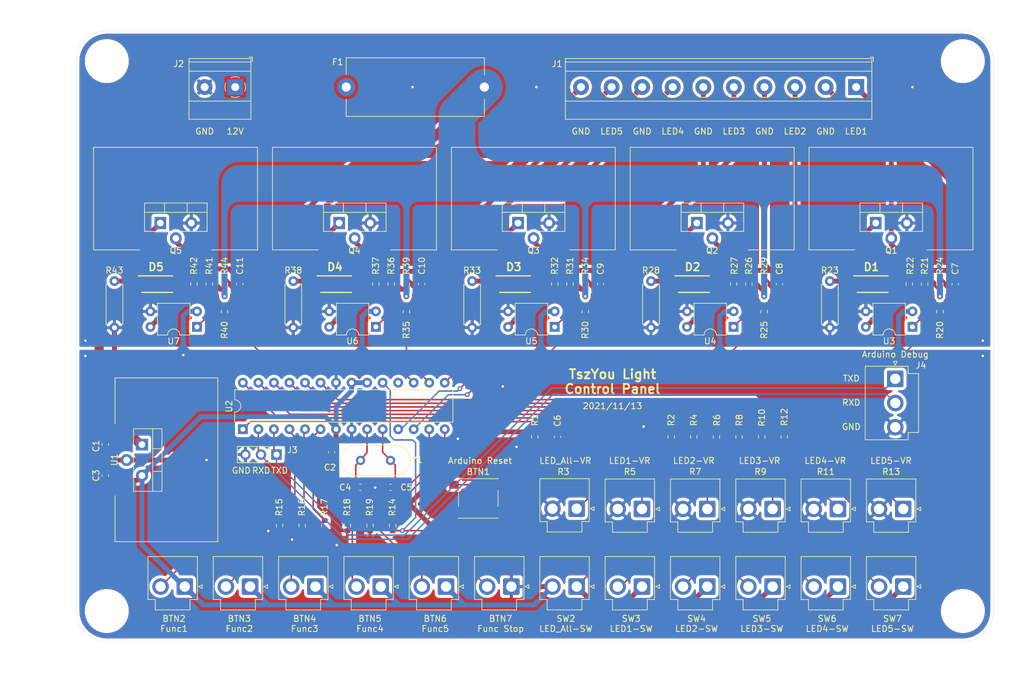
<source format=kicad_pcb>
(kicad_pcb (version 20171130) (host pcbnew "(5.1.12)-1")
  (title_block (date 2021-09-28))
  (layers (0 F.Cu signal) (31 B.Cu signal) (34 B.Paste user) (35 F.Paste user) (36 B.SilkS user) (37 F.SilkS user) (38 B.Mask user) (39 F.Mask user) (44 Edge.Cuts user))
  (net 0 "")
  (net 1 +12V)
  (net 2 +5V)
  (net 3 /XTAL1)
  (net 4 /XTAL2)
  (net 5 /RESET)
  (net 6 /12V_input)
  (net 7 "Net-(R2-Pad2)")
  (net 8 /ADC1)
  (net 9 "Net-(R4-Pad2)")
  (net 10 /ADC2)
  (net 11 "Net-(R6-Pad2)")
  (net 12 /ADC3)
  (net 13 "Net-(R8-Pad2)")
  (net 14 /ADC4)
  (net 15 "Net-(R10-Pad2)")
  (net 16 /ADC5)
  (net 17 /Button_STOP)
  (net 18 /func1)
  (net 19 /func2)
  (net 20 /func3)
  (net 21 /func4)
  (net 22 /func5)
  (net 23 /PWM5)
  (net 24 /PWM4)
  (net 25 /PWM3)
  (net 26 /PWM2)
  (net 27 /PWM1)
  (net 28 GNDREF)
  (net 29 "Net-(D1-Pad2)")
  (net 30 "Net-(D1-Pad1)")
  (net 31 "Net-(D2-Pad2)")
  (net 32 "Net-(D2-Pad1)")
  (net 33 "Net-(D3-Pad2)")
  (net 34 "Net-(D3-Pad1)")
  (net 35 "Net-(D4-Pad2)")
  (net 36 "Net-(D4-Pad1)")
  (net 37 "Net-(D5-Pad2)")
  (net 38 "Net-(D5-Pad1)")
  (net 39 GNDS)
  (net 40 /LED1-)
  (net 41 /LED1+)
  (net 42 /LED2-)
  (net 43 /LED2+)
  (net 44 /LED3-)
  (net 45 /LED3+)
  (net 46 /LED4-)
  (net 47 /LED4+)
  (net 48 /LED5-)
  (net 49 /LED5+)
  (net 50 /ADC_All)
  (net 51 "Net-(R12-Pad2)")
  (net 52 "Net-(R20-Pad1)")
  (net 53 "Net-(R25-Pad1)")
  (net 54 "Net-(R30-Pad1)")
  (net 55 "Net-(R35-Pad1)")
  (net 56 "Net-(R40-Pad1)")
  (net 57 "Net-(U2-Pad18)")
  (net 58 /TXD)
  (net 59 /RXD)
  (module Button_Switch_SMD:SW_SPST_PTS645 (layer F.Cu) (at 115.75 126.575)
    (fp_text reference BTN1 (at 0 -4.375) (layer F.SilkS))
    (fp_text value "Arduino Reset")
    (pad 2 smd rect (at 3.98 2.25) (size 1.55 1.3) (layers F.Cu F.Paste F.Mask) (net 39 GNDS))
    (pad 1 smd rect (at 3.98 -2.25) (size 1.55 1.3) (layers F.Cu F.Paste F.Mask) (net 5 /RESET))
    (pad 1 smd rect (at -3.98 -2.25) (size 1.55 1.3) (layers F.Cu F.Paste F.Mask) (net 5 /RESET))
    (pad 2 smd rect (at -3.98 2.25) (size 1.55 1.3) (layers F.Cu F.Paste F.Mask) (net 39 GNDS))
  )
  (module MountingHole:MountingHole_3.2mm_M3_ISO7380 (layer F.Cu) (at 195 145)
    (fp_text reference H4 hide)
    (fp_text value MountingHole)
    (pad 1 np_thru_hole circle (at 0 0) (size 3.2 3.2) (drill 3.2) (layers *.Cu *.Mask))
  )
  (module MountingHole:MountingHole_3.2mm_M3_ISO7380 (layer F.Cu) (at 55 145)
    (fp_text reference H3 hide)
    (fp_text value MountingHole)
    (pad 1 np_thru_hole circle (at 0 0) (size 3.2 3.2) (drill 3.2) (layers *.Cu *.Mask))
  )
  (module MountingHole:MountingHole_3.2mm_M3_ISO7380 (layer F.Cu) (at 195 55)
    (fp_text reference H2 hide)
    (fp_text value MountingHole)
    (pad 1 np_thru_hole circle (at 0 0) (size 3.2 3.2) (drill 3.2) (layers *.Cu *.Mask))
  )
  (module MountingHole:MountingHole_3.2mm_M3_ISO7380 (layer F.Cu) (at 55 55)
    (fp_text reference H1 hide)
    (fp_text value MountingHole)
    (pad "" np_thru_hole circle (at 0 0) (size 3.2 3.2) (drill 3.2) (layers *.Cu *.Mask))
  )
  (module local_footprint:JST_VH_B3P-VH_1x03_P3.96mm_Vertical (layer F.Cu) (at 183.945 107 270)
    (fp_text reference J4 (at -2.2 -4.205 180) (layer F.SilkS))
    (fp_text value Conn_01x03)
    (pad 3 thru_hole circle (at 7.92 0 270) (size 2.7 2.7) (drill 1.7) (layers *.Cu *.Mask) (net 39 GNDS))
    (pad 2 thru_hole circle (at 3.96 0 270) (size 2.7 2.7) (drill 1.7) (layers *.Cu *.Mask) (net 59 /RXD))
    (pad 1 thru_hole roundrect (at 0 0 270) (size 2.7 2.7) (drill 1.7) (layers *.Cu *.Mask) (roundrect_rratio 0.09259296296296296) (net 58 /TXD))
  )
  (module local_footprint:connect_1206_1mm (layer F.Cu) (at 67.8 120.29)
    (fp_text reference JP1 hide)
    (fp_text value Jumper_2_Bridged)
    (fp_poly (pts (xy 0.95 0.5) (xy -0.95 0.5) (xy -0.95 -0.5) (xy 0.95 -0.5)) (layer F.Cu) (width 0))
    (pad 1 smd roundrect (at -1.475 0) (size 1.15 1.8) (layers F.Cu F.Paste) (roundrect_rratio 0.217) (net 28 GNDREF))
    (pad 2 smd roundrect (at 1.475 0) (size 1.15 1.8) (layers F.Cu F.Paste) (roundrect_rratio 0.217) (net 39 GNDS))
  )
  (module local_footprint:TO-220_heatsink (layer F.Cu) (at 60.75 117.75 270)
    (fp_text reference U1 (at 2.5 4.5 90) (layer F.SilkS))
    (fp_text value L7805)
    (pad 1 thru_hole rect (at 0 0 270) (size 1.905 2) (drill 1.1) (layers *.Cu *.Mask) (net 1 +12V))
    (pad 2 thru_hole oval (at 2.54 2.5 270) (size 1.905 2) (drill 1.1) (layers *.Cu *.Mask) (net 28 GNDREF))
    (pad 3 thru_hole oval (at 5.08 0 270) (size 1.905 2) (drill 1.1) (layers *.Cu *.Mask) (net 2 +5V))
  )
  (module Package_DIP:DIP-4_W7.62mm (layer F.Cu) (at 157.5 98.5 180)
    (fp_text reference U4 (at 3.81 -2.33) (layer F.SilkS))
    (fp_text value PC817)
    (pad 4 thru_hole oval (at 7.62 0 180) (size 1.6 1.6) (drill 0.8) (layers *.Cu *.Mask) (net 31 "Net-(D2-Pad2)"))
    (pad 2 thru_hole oval (at 0 2.54 180) (size 1.6 1.6) (drill 0.8) (layers *.Cu *.Mask) (net 39 GNDS))
    (pad 3 thru_hole oval (at 7.62 2.54 180) (size 1.6 1.6) (drill 0.8) (layers *.Cu *.Mask) (net 28 GNDREF))
    (pad 1 thru_hole rect (at 0 0 180) (size 1.6 1.6) (drill 0.8) (layers *.Cu *.Mask) (net 53 "Net-(R25-Pad1)"))
  )
  (module Package_DIP:DIP-28_W7.62mm (layer F.Cu) (at 77.25 115.25 90)
    (fp_text reference U2 (at 3.75 -2.25 270) (layer F.SilkS))
    (fp_text value ATmega328P-PU)
    (pad 28 thru_hole oval (at 7.62 0 90) (size 1.6 1.6) (drill 0.8) (layers *.Cu *.Mask) (net 50 /ADC_All))
    (pad 14 thru_hole oval (at 0 33.02 90) (size 1.6 1.6) (drill 0.8) (layers *.Cu *.Mask) (net 22 /func5))
    (pad 27 thru_hole oval (at 7.62 2.54 90) (size 1.6 1.6) (drill 0.8) (layers *.Cu *.Mask) (net 8 /ADC1))
    (pad 13 thru_hole oval (at 0 30.48 90) (size 1.6 1.6) (drill 0.8) (layers *.Cu *.Mask) (net 21 /func4))
    (pad 26 thru_hole oval (at 7.62 5.08 90) (size 1.6 1.6) (drill 0.8) (layers *.Cu *.Mask) (net 10 /ADC2))
    (pad 12 thru_hole oval (at 0 27.94 90) (size 1.6 1.6) (drill 0.8) (layers *.Cu *.Mask) (net 27 /PWM1))
    (pad 25 thru_hole oval (at 7.62 7.62 90) (size 1.6 1.6) (drill 0.8) (layers *.Cu *.Mask) (net 12 /ADC3))
    (pad 11 thru_hole oval (at 0 25.4 90) (size 1.6 1.6) (drill 0.8) (layers *.Cu *.Mask) (net 26 /PWM2))
    (pad 24 thru_hole oval (at 7.62 10.16 90) (size 1.6 1.6) (drill 0.8) (layers *.Cu *.Mask) (net 14 /ADC4))
    (pad 10 thru_hole oval (at 0 22.86 90) (size 1.6 1.6) (drill 0.8) (layers *.Cu *.Mask) (net 4 /XTAL2))
    (pad 23 thru_hole oval (at 7.62 12.7 90) (size 1.6 1.6) (drill 0.8) (layers *.Cu *.Mask) (net 16 /ADC5))
    (pad 9 thru_hole oval (at 0 20.32 90) (size 1.6 1.6) (drill 0.8) (layers *.Cu *.Mask) (net 3 /XTAL1))
    (pad 22 thru_hole oval (at 7.62 15.24 90) (size 1.6 1.6) (drill 0.8) (layers *.Cu *.Mask) (net 39 GNDS))
    (pad 8 thru_hole oval (at 0 17.78 90) (size 1.6 1.6) (drill 0.8) (layers *.Cu *.Mask) (net 39 GNDS))
    (pad 21 thru_hole oval (at 7.62 17.78 90) (size 1.6 1.6) (drill 0.8) (layers *.Cu *.Mask) (net 2 +5V))
    (pad 7 thru_hole oval (at 0 15.24 90) (size 1.6 1.6) (drill 0.8) (layers *.Cu *.Mask) (net 2 +5V))
    (pad 20 thru_hole oval (at 7.62 20.32 90) (size 1.6 1.6) (drill 0.8) (layers *.Cu *.Mask) (net 2 +5V))
    (pad 6 thru_hole oval (at 0 12.7 90) (size 1.6 1.6) (drill 0.8) (layers *.Cu *.Mask) (net 20 /func3))
    (pad 19 thru_hole oval (at 7.62 22.86 90) (size 1.6 1.6) (drill 0.8) (layers *.Cu *.Mask) (net 17 /Button_STOP))
    (pad 5 thru_hole oval (at 0 10.16 90) (size 1.6 1.6) (drill 0.8) (layers *.Cu *.Mask) (net 19 /func2))
    (pad 18 thru_hole oval (at 7.62 25.4 90) (size 1.6 1.6) (drill 0.8) (layers *.Cu *.Mask) (net 57 "Net-(U2-Pad18)"))
    (pad 4 thru_hole oval (at 0 7.62 90) (size 1.6 1.6) (drill 0.8) (layers *.Cu *.Mask) (net 18 /func1))
    (pad 17 thru_hole oval (at 7.62 27.94 90) (size 1.6 1.6) (drill 0.8) (layers *.Cu *.Mask) (net 23 /PWM5))
    (pad 3 thru_hole oval (at 0 5.08 90) (size 1.6 1.6) (drill 0.8) (layers *.Cu *.Mask) (net 58 /TXD))
    (pad 16 thru_hole oval (at 7.62 30.48 90) (size 1.6 1.6) (drill 0.8) (layers *.Cu *.Mask) (net 24 /PWM4))
    (pad 2 thru_hole oval (at 0 2.54 90) (size 1.6 1.6) (drill 0.8) (layers *.Cu *.Mask) (net 59 /RXD))
    (pad 15 thru_hole oval (at 7.62 33.02 90) (size 1.6 1.6) (drill 0.8) (layers *.Cu *.Mask) (net 25 /PWM3))
    (pad 1 thru_hole rect (at 0 0 90) (size 1.6 1.6) (drill 0.8) (layers *.Cu *.Mask) (net 5 /RESET))
  )
  (module Package_DIP:DIP-4_W7.62mm (layer F.Cu) (at 186.75 98.5 180)
    (fp_text reference U3 (at 3.81 -2.33) (layer F.SilkS))
    (fp_text value PC817)
    (pad 4 thru_hole oval (at 7.62 0 180) (size 1.6 1.6) (drill 0.8) (layers *.Cu *.Mask) (net 29 "Net-(D1-Pad2)"))
    (pad 2 thru_hole oval (at 0 2.54 180) (size 1.6 1.6) (drill 0.8) (layers *.Cu *.Mask) (net 39 GNDS))
    (pad 3 thru_hole oval (at 7.62 2.54 180) (size 1.6 1.6) (drill 0.8) (layers *.Cu *.Mask) (net 28 GNDREF))
    (pad 1 thru_hole rect (at 0 0 180) (size 1.6 1.6) (drill 0.8) (layers *.Cu *.Mask) (net 52 "Net-(R20-Pad1)"))
  )
  (module Package_DIP:DIP-4_W7.62mm (layer F.Cu) (at 69.75 98.5 180)
    (fp_text reference U7 (at 3.81 -2.33) (layer F.SilkS))
    (fp_text value PC817)
    (pad 4 thru_hole oval (at 7.62 0 180) (size 1.6 1.6) (drill 0.8) (layers *.Cu *.Mask) (net 37 "Net-(D5-Pad2)"))
    (pad 2 thru_hole oval (at 0 2.54 180) (size 1.6 1.6) (drill 0.8) (layers *.Cu *.Mask) (net 39 GNDS))
    (pad 3 thru_hole oval (at 7.62 2.54 180) (size 1.6 1.6) (drill 0.8) (layers *.Cu *.Mask) (net 28 GNDREF))
    (pad 1 thru_hole rect (at 0 0 180) (size 1.6 1.6) (drill 0.8) (layers *.Cu *.Mask) (net 56 "Net-(R40-Pad1)"))
  )
  (module Package_DIP:DIP-4_W7.62mm (layer F.Cu) (at 99 98.5 180)
    (fp_text reference U6 (at 3.81 -2.33) (layer F.SilkS))
    (fp_text value PC817)
    (pad 4 thru_hole oval (at 7.62 0 180) (size 1.6 1.6) (drill 0.8) (layers *.Cu *.Mask) (net 35 "Net-(D4-Pad2)"))
    (pad 2 thru_hole oval (at 0 2.54 180) (size 1.6 1.6) (drill 0.8) (layers *.Cu *.Mask) (net 39 GNDS))
    (pad 3 thru_hole oval (at 7.62 2.54 180) (size 1.6 1.6) (drill 0.8) (layers *.Cu *.Mask) (net 28 GNDREF))
    (pad 1 thru_hole rect (at 0 0 180) (size 1.6 1.6) (drill 0.8) (layers *.Cu *.Mask) (net 55 "Net-(R35-Pad1)"))
  )
  (module Package_DIP:DIP-4_W7.62mm (layer F.Cu) (at 128.25 98.5 180)
    (fp_text reference U5 (at 3.81 -2.33) (layer F.SilkS))
    (fp_text value PC817)
    (pad 4 thru_hole oval (at 7.62 0 180) (size 1.6 1.6) (drill 0.8) (layers *.Cu *.Mask) (net 33 "Net-(D3-Pad2)"))
    (pad 2 thru_hole oval (at 0 2.54 180) (size 1.6 1.6) (drill 0.8) (layers *.Cu *.Mask) (net 39 GNDS))
    (pad 3 thru_hole oval (at 7.62 2.54 180) (size 1.6 1.6) (drill 0.8) (layers *.Cu *.Mask) (net 28 GNDREF))
    (pad 1 thru_hole rect (at 0 0 180) (size 1.6 1.6) (drill 0.8) (layers *.Cu *.Mask) (net 54 "Net-(R30-Pad1)"))
  )
  (module local_footprint:TO-220_heatsink (layer F.Cu) (at 180.75 81.5)
    (fp_text reference Q1 (at 2.54 4.5) (layer F.SilkS))
    (fp_text value IRF540N)
    (pad 1 thru_hole rect (at 0 0) (size 1.905 2) (drill 1.1) (layers *.Cu *.Mask) (net 30 "Net-(D1-Pad1)"))
    (pad 2 thru_hole oval (at 2.54 2.5) (size 1.905 2) (drill 1.1) (layers *.Cu *.Mask) (net 40 /LED1-))
    (pad 3 thru_hole oval (at 5.08 0) (size 1.905 2) (drill 1.1) (layers *.Cu *.Mask) (net 28 GNDREF))
  )
  (module local_footprint:TO-220_heatsink (layer F.Cu) (at 63.75 81.5)
    (fp_text reference Q5 (at 2.54 4.5) (layer F.SilkS))
    (fp_text value IRF540N)
    (pad 1 thru_hole rect (at 0 0) (size 1.905 2) (drill 1.1) (layers *.Cu *.Mask) (net 38 "Net-(D5-Pad1)"))
    (pad 2 thru_hole oval (at 2.54 2.5) (size 1.905 2) (drill 1.1) (layers *.Cu *.Mask) (net 48 /LED5-))
    (pad 3 thru_hole oval (at 5.08 0) (size 1.905 2) (drill 1.1) (layers *.Cu *.Mask) (net 28 GNDREF))
  )
  (module local_footprint:TO-220_heatsink (layer F.Cu) (at 93 81.5)
    (fp_text reference Q4 (at 2.5 4.5) (layer F.SilkS))
    (fp_text value IRF540N)
    (pad 1 thru_hole rect (at 0 0) (size 1.905 2) (drill 1.1) (layers *.Cu *.Mask) (net 36 "Net-(D4-Pad1)"))
    (pad 2 thru_hole oval (at 2.54 2.5) (size 1.905 2) (drill 1.1) (layers *.Cu *.Mask) (net 46 /LED4-))
    (pad 3 thru_hole oval (at 5.08 0) (size 1.905 2) (drill 1.1) (layers *.Cu *.Mask) (net 28 GNDREF))
  )
  (module local_footprint:TO-220_heatsink (layer F.Cu) (at 122.25 81.5)
    (fp_text reference Q3 (at 2.54 4.5) (layer F.SilkS))
    (fp_text value IRF540N)
    (pad 1 thru_hole rect (at 0 0) (size 1.905 2) (drill 1.1) (layers *.Cu *.Mask) (net 34 "Net-(D3-Pad1)"))
    (pad 2 thru_hole oval (at 2.54 2.5) (size 1.905 2) (drill 1.1) (layers *.Cu *.Mask) (net 44 /LED3-))
    (pad 3 thru_hole oval (at 5.08 0) (size 1.905 2) (drill 1.1) (layers *.Cu *.Mask) (net 28 GNDREF))
  )
  (module local_footprint:TO-220_heatsink (layer F.Cu) (at 151.5 81.5)
    (fp_text reference Q2 (at 2.5 4.5) (layer F.SilkS))
    (fp_text value IRF540N)
    (pad 1 thru_hole rect (at 0 0) (size 1.905 2) (drill 1.1) (layers *.Cu *.Mask) (net 32 "Net-(D2-Pad1)"))
    (pad 2 thru_hole oval (at 2.54 2.5) (size 1.905 2) (drill 1.1) (layers *.Cu *.Mask) (net 42 /LED2-))
    (pad 3 thru_hole oval (at 5.08 0) (size 1.905 2) (drill 1.1) (layers *.Cu *.Mask) (net 28 GNDREF))
  )
  (module Connector_PinHeader_2.54mm:PinHeader_1x03_P2.54mm_Vertical (layer F.Cu) (at 82.75 119.4 270)
    (fp_text reference J3 (at -0.75 -2.6 180) (layer F.SilkS))
    (fp_text value Conn_01x03)
    (pad 3 thru_hole oval (at 0 5.08 270) (size 1.7 1.7) (drill 1) (layers *.Cu *.Mask) (net 39 GNDS))
    (pad 2 thru_hole oval (at 0 2.54 270) (size 1.7 1.7) (drill 1) (layers *.Cu *.Mask) (net 59 /RXD))
    (pad 1 thru_hole rect (at 0 0 270) (size 1.7 1.7) (drill 1) (layers *.Cu *.Mask) (net 58 /TXD))
  )
  (module local_footprint:JST_VH_B2P-VH_1x02_P3.96mm_Vertical (layer F.Cu) (at 67.75 141 180)
    (fp_text reference BTN2 (at 1.7575 -5.25) (layer F.SilkS))
    (fp_text value func1)
    (pad 1 thru_hole roundrect (at 0 0 180) (size 2.7 2.7) (drill 1.7) (layers *.Cu *.Mask) (roundrect_rratio 0.09259296296296296) (net 2 +5V))
    (pad 2 thru_hole circle (at 3.96 0 180) (size 2.7 2.7) (drill 1.7) (layers *.Cu *.Mask) (net 18 /func1))
  )
  (module local_footprint:JST_VH_B2P-VH_1x02_P3.96mm_Vertical (layer F.Cu) (at 110.477272 141 180)
    (fp_text reference BTN6 (at 1.7575 -5.25) (layer F.SilkS))
    (fp_text value func5)
    (pad 1 thru_hole roundrect (at 0 0 180) (size 2.7 2.7) (drill 1.7) (layers *.Cu *.Mask) (roundrect_rratio 0.09259296296296296) (net 2 +5V))
    (pad 2 thru_hole circle (at 3.96 0 180) (size 2.7 2.7) (drill 1.7) (layers *.Cu *.Mask) (net 22 /func5))
  )
  (module local_footprint:JST_VH_B2P-VH_1x02_P3.96mm_Vertical (layer F.Cu) (at 131.840908 128.25 180)
    (fp_text reference R3 (at 2.15909 6.05) (layer F.SilkS))
    (fp_text value 47k)
    (pad 1 thru_hole roundrect (at 0 0 180) (size 2.7 2.7) (drill 1.7) (layers *.Cu *.Mask) (roundrect_rratio 0.09259296296296296) (net 50 /ADC_All))
    (pad 2 thru_hole circle (at 3.96 0 180) (size 2.7 2.7) (drill 1.7) (layers *.Cu *.Mask) (net 39 GNDS))
  )
  (module Resistor_SMD:R_0603_1608Metric (layer F.Cu) (at 147.3 116.5 270)
    (fp_text reference R2 (at -2.75 0 90) (layer F.SilkS))
    (fp_text value 3k)
    (pad 2 smd roundrect (at 0.825 0 270) (size 0.8 0.95) (layers F.Cu F.Paste F.Mask) (net 7 "Net-(R2-Pad2)"))
    (pad 1 smd roundrect (at -0.825 0 270) (size 0.8 0.95) (layers F.Cu F.Paste F.Mask) (net 50 /ADC_All))
  )
  (module local_footprint:JST_VH_B2P-VH_1x02_P3.96mm_Vertical (layer F.Cu) (at 174.56818 141 180)
    (fp_text reference SW6 (at 1.7575 -5.25) (layer F.SilkS))
    (fp_text value Switch4)
    (pad 1 thru_hole roundrect (at 0 0 180) (size 2.7 2.7) (drill 1.7) (layers *.Cu *.Mask) (roundrect_rratio 0.09259296296296296) (net 7 "Net-(R2-Pad2)"))
    (pad 2 thru_hole circle (at 3.96 0 180) (size 2.7 2.7) (drill 1.7) (layers *.Cu *.Mask) (net 15 "Net-(R10-Pad2)"))
  )
  (module local_footprint:JST_VH_B2P-VH_1x02_P3.96mm_Vertical (layer F.Cu) (at 121.15909 141 180)
    (fp_text reference BTN7 (at 1.7575 -5.25) (layer F.SilkS))
    (fp_text value Button_STOP)
    (pad 1 thru_hole roundrect (at 0 0 180) (size 2.7 2.7) (drill 1.7) (layers *.Cu *.Mask) (roundrect_rratio 0.09259296296296296) (net 39 GNDS))
    (pad 2 thru_hole circle (at 3.96 0 180) (size 2.7 2.7) (drill 1.7) (layers *.Cu *.Mask) (net 17 /Button_STOP))
  )
  (module local_footprint:1N4007_SMD (layer F.Cu) (at 63.25 91.5)
    (fp_text reference D5 (at -0.2 -2.8) (layer F.SilkS) (effects (font (size 1.27 1.27) (thickness 0.254))))
    (fp_text value DIODE)
    (pad 2 smd rect (at 2.05 0 90) (size 2.1 2.2) (layers F.Cu F.Paste F.Mask) (net 37 "Net-(D5-Pad2)"))
    (pad 1 smd rect (at -2.05 0 90) (size 2.1 2.2) (layers F.Cu F.Paste F.Mask) (net 38 "Net-(D5-Pad1)"))
  )
  (module local_footprint:1N4007_SMD (layer F.Cu) (at 92.5 91.5)
    (fp_text reference D4 (at -0.2 -2.8) (layer F.SilkS) (effects (font (size 1.27 1.27) (thickness 0.254))))
    (fp_text value DIODE)
    (pad 2 smd rect (at 2.05 0 90) (size 2.1 2.2) (layers F.Cu F.Paste F.Mask) (net 35 "Net-(D4-Pad2)"))
    (pad 1 smd rect (at -2.05 0 90) (size 2.1 2.2) (layers F.Cu F.Paste F.Mask) (net 36 "Net-(D4-Pad1)"))
  )
  (module local_footprint:1N4007_SMD (layer F.Cu) (at 121.75 91.5)
    (fp_text reference D3 (at -0.2 -2.8) (layer F.SilkS) (effects (font (size 1.27 1.27) (thickness 0.254))))
    (fp_text value DIODE)
    (pad 2 smd rect (at 2.05 0 90) (size 2.1 2.2) (layers F.Cu F.Paste F.Mask) (net 33 "Net-(D3-Pad2)"))
    (pad 1 smd rect (at -2.05 0 90) (size 2.1 2.2) (layers F.Cu F.Paste F.Mask) (net 34 "Net-(D3-Pad1)"))
  )
  (module local_footprint:1N4007_SMD (layer F.Cu) (at 151 91.5)
    (fp_text reference D2 (at -0.2 -2.8) (layer F.SilkS) (effects (font (size 1.27 1.27) (thickness 0.254))))
    (fp_text value DIODE)
    (pad 2 smd rect (at 2.05 0 90) (size 2.1 2.2) (layers F.Cu F.Paste F.Mask) (net 31 "Net-(D2-Pad2)"))
    (pad 1 smd rect (at -2.05 0 90) (size 2.1 2.2) (layers F.Cu F.Paste F.Mask) (net 32 "Net-(D2-Pad1)"))
  )
  (module local_footprint:1N4007_SMD (layer F.Cu) (at 180.25 91.5)
    (fp_text reference D1 (at -0.2 -2.8) (layer F.SilkS) (effects (font (size 1.27 1.27) (thickness 0.254))))
    (fp_text value DIODE)
    (pad 2 smd rect (at 2.05 0 90) (size 2.1 2.2) (layers F.Cu F.Paste F.Mask) (net 29 "Net-(D1-Pad2)"))
    (pad 1 smd rect (at -2.05 0 90) (size 2.1 2.2) (layers F.Cu F.Paste F.Mask) (net 30 "Net-(D1-Pad1)"))
  )
  (module TerminalBlock_Phoenix:TerminalBlock_Phoenix_MKDS-1,5-2_1x02_P5.00mm_Horizontal (layer F.Cu) (at 76 59.25 180)
    (fp_text reference J2 (at 9.25 3.795) (layer F.SilkS))
    (fp_text value Screw_Terminal_01x02)
    (pad 2 thru_hole circle (at 5 0 180) (size 2.6 2.6) (drill 1.3) (layers *.Cu *.Mask) (net 28 GNDREF))
    (pad 1 thru_hole rect (at 0 0 180) (size 2.6 2.6) (drill 1.3) (layers *.Cu *.Mask) (net 6 /12V_input))
  )
  (module TerminalBlock_Phoenix:TerminalBlock_Phoenix_MKDS-1,5-10_1x10_P5.00mm_Horizontal (layer F.Cu) (at 177.55 59.25 180)
    (fp_text reference J1 (at 48.9 3.795) (layer F.SilkS))
    (fp_text value Screw_Terminal_01x10)
    (pad 10 thru_hole circle (at 45 0 180) (size 2.6 2.6) (drill 1.3) (layers *.Cu *.Mask) (net 48 /LED5-))
    (pad 9 thru_hole circle (at 40 0 180) (size 2.6 2.6) (drill 1.3) (layers *.Cu *.Mask) (net 49 /LED5+))
    (pad 8 thru_hole circle (at 35 0 180) (size 2.6 2.6) (drill 1.3) (layers *.Cu *.Mask) (net 46 /LED4-))
    (pad 7 thru_hole circle (at 30 0 180) (size 2.6 2.6) (drill 1.3) (layers *.Cu *.Mask) (net 47 /LED4+))
    (pad 6 thru_hole circle (at 25 0 180) (size 2.6 2.6) (drill 1.3) (layers *.Cu *.Mask) (net 44 /LED3-))
    (pad 5 thru_hole circle (at 20 0 180) (size 2.6 2.6) (drill 1.3) (layers *.Cu *.Mask) (net 45 /LED3+))
    (pad 4 thru_hole circle (at 15 0 180) (size 2.6 2.6) (drill 1.3) (layers *.Cu *.Mask) (net 42 /LED2-))
    (pad 3 thru_hole circle (at 10 0 180) (size 2.6 2.6) (drill 1.3) (layers *.Cu *.Mask) (net 43 /LED2+))
    (pad 2 thru_hole circle (at 5 0 180) (size 2.6 2.6) (drill 1.3) (layers *.Cu *.Mask) (net 40 /LED1-))
    (pad 1 thru_hole rect (at 0 0 180) (size 2.6 2.6) (drill 1.3) (layers *.Cu *.Mask) (net 41 /LED1+))
  )
  (module Capacitor_SMD:C_0603_1608Metric (layer F.Cu) (at 76.75 91.5 90)
    (fp_text reference C11 (at 3 0 90) (layer F.SilkS))
    (fp_text value 100nF)
    (pad 2 smd roundrect (at 0.775 0 90) (size 0.9 0.95) (layers F.Cu F.Paste F.Mask) (net 48 /LED5-))
    (pad 1 smd roundrect (at -0.775 0 90) (size 0.9 0.95) (layers F.Cu F.Paste F.Mask) (net 49 /LED5+))
  )
  (module Capacitor_SMD:C_0603_1608Metric (layer F.Cu) (at 106.5 91.5 90)
    (fp_text reference C10 (at 3 0 90) (layer F.SilkS))
    (fp_text value 100nF)
    (pad 2 smd roundrect (at 0.775 0 90) (size 0.9 0.95) (layers F.Cu F.Paste F.Mask) (net 46 /LED4-))
    (pad 1 smd roundrect (at -0.775 0 90) (size 0.9 0.95) (layers F.Cu F.Paste F.Mask) (net 47 /LED4+))
  )
  (module Capacitor_SMD:C_0603_1608Metric (layer F.Cu) (at 135.75 91.5 90)
    (fp_text reference C9 (at 2.5 0 90) (layer F.SilkS))
    (fp_text value 100nF)
    (pad 2 smd roundrect (at 0.775 0 90) (size 0.9 0.95) (layers F.Cu F.Paste F.Mask) (net 44 /LED3-))
    (pad 1 smd roundrect (at -0.775 0 90) (size 0.9 0.95) (layers F.Cu F.Paste F.Mask) (net 45 /LED3+))
  )
  (module Capacitor_SMD:C_0603_1608Metric (layer F.Cu) (at 165 91.5 90)
    (fp_text reference C8 (at 2.5 0 90) (layer F.SilkS))
    (fp_text value 100nF)
    (pad 2 smd roundrect (at 0.775 0 90) (size 0.9 0.95) (layers F.Cu F.Paste F.Mask) (net 42 /LED2-))
    (pad 1 smd roundrect (at -0.775 0 90) (size 0.9 0.95) (layers F.Cu F.Paste F.Mask) (net 43 /LED2+))
  )
  (module Capacitor_SMD:C_0603_1608Metric (layer F.Cu) (at 193.75 91.5 90)
    (fp_text reference C7 (at 2.5 0 90) (layer F.SilkS))
    (fp_text value 100nF)
    (pad 2 smd roundrect (at 0.775 0 90) (size 0.9 0.95) (layers F.Cu F.Paste F.Mask) (net 40 /LED1-))
    (pad 1 smd roundrect (at -0.775 0 90) (size 0.9 0.95) (layers F.Cu F.Paste F.Mask) (net 41 /LED1+))
  )
  (module Resistor_SMD:R_0603_1608Metric (layer F.Cu) (at 191.25 91.5 90)
    (fp_text reference R24 (at 3 0 90) (layer F.SilkS))
    (fp_text value R)
    (pad 2 smd roundrect (at 0.825 0 90) (size 0.8 0.95) (layers F.Cu F.Paste F.Mask) (net 41 /LED1+))
    (pad 1 smd roundrect (at -0.825 0 90) (size 0.8 0.95) (layers F.Cu F.Paste F.Mask) (net 1 +12V))
  )
  (module Resistor_SMD:R_0603_1608Metric (layer F.Cu) (at 186.25 91.5 270)
    (fp_text reference R22 (at -3 -0.14 90) (layer F.SilkS))
    (fp_text value 10)
    (pad 2 smd roundrect (at 0.825 0 270) (size 0.8 0.95) (layers F.Cu F.Paste F.Mask) (net 29 "Net-(D1-Pad2)"))
    (pad 1 smd roundrect (at -0.825 0 270) (size 0.8 0.95) (layers F.Cu F.Paste F.Mask) (net 30 "Net-(D1-Pad1)"))
  )
  (module Resistor_SMD:R_0603_1608Metric (layer F.Cu) (at 188.75 91.5 270)
    (fp_text reference R21 (at -3 0 90) (layer F.SilkS))
    (fp_text value 1k)
    (pad 2 smd roundrect (at 0.825 0 270) (size 0.8 0.95) (layers F.Cu F.Paste F.Mask) (net 29 "Net-(D1-Pad2)"))
    (pad 1 smd roundrect (at -0.825 0 270) (size 0.8 0.95) (layers F.Cu F.Paste F.Mask) (net 1 +12V))
  )
  (module Resistor_SMD:R_0603_1608Metric (layer F.Cu) (at 191.25 96 270)
    (fp_text reference R20 (at 3 0 90) (layer F.SilkS))
    (fp_text value 330)
    (pad 2 smd roundrect (at 0.825 0 270) (size 0.8 0.95) (layers F.Cu F.Paste F.Mask) (net 27 /PWM1))
    (pad 1 smd roundrect (at -0.825 0 270) (size 0.8 0.95) (layers F.Cu F.Paste F.Mask) (net 52 "Net-(R20-Pad1)"))
  )
  (module Resistor_THT:R_Axial_DIN0207_L6.3mm_D2.5mm_P7.62mm_Horizontal (layer F.Cu) (at 173.25 91 270)
    (fp_text reference R23 (at -1.75 0 180) (layer F.SilkS))
    (fp_text value 10k)
    (pad 2 thru_hole oval (at 7.62 0 270) (size 1.6 1.6) (drill 0.8) (layers *.Cu *.Mask) (net 28 GNDREF))
    (pad 1 thru_hole circle (at 0 0 270) (size 1.6 1.6) (drill 0.8) (layers *.Cu *.Mask) (net 30 "Net-(D1-Pad1)"))
  )
  (module Resistor_THT:R_Axial_DIN0207_L6.3mm_D2.5mm_P7.62mm_Horizontal (layer F.Cu) (at 56.25 91 270)
    (fp_text reference R43 (at -1.75 0 180) (layer F.SilkS))
    (fp_text value 10k)
    (pad 2 thru_hole oval (at 7.62 0 270) (size 1.6 1.6) (drill 0.8) (layers *.Cu *.Mask) (net 28 GNDREF))
    (pad 1 thru_hole circle (at 0 0 270) (size 1.6 1.6) (drill 0.8) (layers *.Cu *.Mask) (net 38 "Net-(D5-Pad1)"))
  )
  (module Resistor_THT:R_Axial_DIN0207_L6.3mm_D2.5mm_P7.62mm_Horizontal (layer F.Cu) (at 85.5 91 270)
    (fp_text reference R38 (at -1.75 0 180) (layer F.SilkS))
    (fp_text value 10k)
    (pad 2 thru_hole oval (at 7.62 0 270) (size 1.6 1.6) (drill 0.8) (layers *.Cu *.Mask) (net 28 GNDREF))
    (pad 1 thru_hole circle (at 0 0 270) (size 1.6 1.6) (drill 0.8) (layers *.Cu *.Mask) (net 36 "Net-(D4-Pad1)"))
  )
  (module Resistor_THT:R_Axial_DIN0207_L6.3mm_D2.5mm_P7.62mm_Horizontal (layer F.Cu) (at 114.75 91 270)
    (fp_text reference R33 (at -1.75 0 180) (layer F.SilkS))
    (fp_text value 10k)
    (pad 2 thru_hole oval (at 7.62 0 270) (size 1.6 1.6) (drill 0.8) (layers *.Cu *.Mask) (net 28 GNDREF))
    (pad 1 thru_hole circle (at 0 0 270) (size 1.6 1.6) (drill 0.8) (layers *.Cu *.Mask) (net 34 "Net-(D3-Pad1)"))
  )
  (module Resistor_THT:R_Axial_DIN0207_L6.3mm_D2.5mm_P7.62mm_Horizontal (layer F.Cu) (at 144 91 270)
    (fp_text reference R28 (at -1.75 0 180) (layer F.SilkS))
    (fp_text value 10k)
    (pad 2 thru_hole oval (at 7.62 0 270) (size 1.6 1.6) (drill 0.8) (layers *.Cu *.Mask) (net 28 GNDREF))
    (pad 1 thru_hole circle (at 0 0 270) (size 1.6 1.6) (drill 0.8) (layers *.Cu *.Mask) (net 32 "Net-(D2-Pad1)"))
  )
  (module Resistor_SMD:R_0603_1608Metric (layer F.Cu) (at 74.25 91.5 90)
    (fp_text reference R44 (at 3 0 90) (layer F.SilkS))
    (fp_text value R)
    (pad 2 smd roundrect (at 0.825 0 90) (size 0.8 0.95) (layers F.Cu F.Paste F.Mask) (net 49 /LED5+))
    (pad 1 smd roundrect (at -0.825 0 90) (size 0.8 0.95) (layers F.Cu F.Paste F.Mask) (net 1 +12V))
  )
  (module Resistor_SMD:R_0603_1608Metric (layer F.Cu) (at 69.25 91.5 270)
    (fp_text reference R42 (at -3 0 90) (layer F.SilkS))
    (fp_text value 10)
    (pad 2 smd roundrect (at 0.825 0 270) (size 0.8 0.95) (layers F.Cu F.Paste F.Mask) (net 37 "Net-(D5-Pad2)"))
    (pad 1 smd roundrect (at -0.825 0 270) (size 0.8 0.95) (layers F.Cu F.Paste F.Mask) (net 38 "Net-(D5-Pad1)"))
  )
  (module Resistor_SMD:R_0603_1608Metric (layer F.Cu) (at 71.75 91.5 270)
    (fp_text reference R41 (at -3 0 90) (layer F.SilkS))
    (fp_text value 1k)
    (pad 2 smd roundrect (at 0.825 0 270) (size 0.8 0.95) (layers F.Cu F.Paste F.Mask) (net 37 "Net-(D5-Pad2)"))
    (pad 1 smd roundrect (at -0.825 0 270) (size 0.8 0.95) (layers F.Cu F.Paste F.Mask) (net 1 +12V))
  )
  (module Resistor_SMD:R_0603_1608Metric (layer F.Cu) (at 74.25 96 270)
    (fp_text reference R40 (at 3 0 90) (layer F.SilkS))
    (fp_text value 330)
    (pad 2 smd roundrect (at 0.825 0 270) (size 0.8 0.95) (layers F.Cu F.Paste F.Mask) (net 23 /PWM5))
    (pad 1 smd roundrect (at -0.825 0 270) (size 0.8 0.95) (layers F.Cu F.Paste F.Mask) (net 56 "Net-(R40-Pad1)"))
  )
  (module Resistor_SMD:R_0603_1608Metric (layer F.Cu) (at 104 91.5 90)
    (fp_text reference R39 (at 3 0 90) (layer F.SilkS))
    (fp_text value R)
    (pad 2 smd roundrect (at 0.825 0 90) (size 0.8 0.95) (layers F.Cu F.Paste F.Mask) (net 47 /LED4+))
    (pad 1 smd roundrect (at -0.825 0 90) (size 0.8 0.95) (layers F.Cu F.Paste F.Mask) (net 1 +12V))
  )
  (module Resistor_SMD:R_0603_1608Metric (layer F.Cu) (at 99 91.5 270)
    (fp_text reference R37 (at -3 0 90) (layer F.SilkS))
    (fp_text value 10)
    (pad 2 smd roundrect (at 0.825 0 270) (size 0.8 0.95) (layers F.Cu F.Paste F.Mask) (net 35 "Net-(D4-Pad2)"))
    (pad 1 smd roundrect (at -0.825 0 270) (size 0.8 0.95) (layers F.Cu F.Paste F.Mask) (net 36 "Net-(D4-Pad1)"))
  )
  (module Resistor_SMD:R_0603_1608Metric (layer F.Cu) (at 101.5 91.5 270)
    (fp_text reference R36 (at -3 0 90) (layer F.SilkS))
    (fp_text value 1k)
    (pad 2 smd roundrect (at 0.825 0 270) (size 0.8 0.95) (layers F.Cu F.Paste F.Mask) (net 35 "Net-(D4-Pad2)"))
    (pad 1 smd roundrect (at -0.825 0 270) (size 0.8 0.95) (layers F.Cu F.Paste F.Mask) (net 1 +12V))
  )
  (module Resistor_SMD:R_0603_1608Metric (layer F.Cu) (at 104 96 270)
    (fp_text reference R35 (at 3 0 90) (layer F.SilkS))
    (fp_text value 330)
    (pad 2 smd roundrect (at 0.825 0 270) (size 0.8 0.95) (layers F.Cu F.Paste F.Mask) (net 24 /PWM4))
    (pad 1 smd roundrect (at -0.825 0 270) (size 0.8 0.95) (layers F.Cu F.Paste F.Mask) (net 55 "Net-(R35-Pad1)"))
  )
  (module Resistor_SMD:R_0603_1608Metric (layer F.Cu) (at 133.25 91.5 90)
    (fp_text reference R34 (at 3 0 90) (layer F.SilkS))
    (fp_text value R)
    (pad 2 smd roundrect (at 0.825 0 90) (size 0.8 0.95) (layers F.Cu F.Paste F.Mask) (net 45 /LED3+))
    (pad 1 smd roundrect (at -0.825 0 90) (size 0.8 0.95) (layers F.Cu F.Paste F.Mask) (net 1 +12V))
  )
  (module Resistor_SMD:R_0603_1608Metric (layer F.Cu) (at 128.25 91.5 270)
    (fp_text reference R32 (at -3 0 90) (layer F.SilkS))
    (fp_text value 10)
    (pad 2 smd roundrect (at 0.825 0 270) (size 0.8 0.95) (layers F.Cu F.Paste F.Mask) (net 33 "Net-(D3-Pad2)"))
    (pad 1 smd roundrect (at -0.825 0 270) (size 0.8 0.95) (layers F.Cu F.Paste F.Mask) (net 34 "Net-(D3-Pad1)"))
  )
  (module Resistor_SMD:R_0603_1608Metric (layer F.Cu) (at 130.75 91.5 270)
    (fp_text reference R31 (at -3 0 90) (layer F.SilkS))
    (fp_text value 1k)
    (pad 2 smd roundrect (at 0.825 0 270) (size 0.8 0.95) (layers F.Cu F.Paste F.Mask) (net 33 "Net-(D3-Pad2)"))
    (pad 1 smd roundrect (at -0.825 0 270) (size 0.8 0.95) (layers F.Cu F.Paste F.Mask) (net 1 +12V))
  )
  (module Resistor_SMD:R_0603_1608Metric (layer F.Cu) (at 133.25 96 270)
    (fp_text reference R30 (at 3 0 90) (layer F.SilkS))
    (fp_text value 330)
    (pad 2 smd roundrect (at 0.825 0 270) (size 0.8 0.95) (layers F.Cu F.Paste F.Mask) (net 25 /PWM3))
    (pad 1 smd roundrect (at -0.825 0 270) (size 0.8 0.95) (layers F.Cu F.Paste F.Mask) (net 54 "Net-(R30-Pad1)"))
  )
  (module Resistor_SMD:R_0603_1608Metric (layer F.Cu) (at 162.5 91.5 90)
    (fp_text reference R29 (at 3 0 90) (layer F.SilkS))
    (fp_text value R)
    (pad 2 smd roundrect (at 0.825 0 90) (size 0.8 0.95) (layers F.Cu F.Paste F.Mask) (net 43 /LED2+))
    (pad 1 smd roundrect (at -0.825 0 90) (size 0.8 0.95) (layers F.Cu F.Paste F.Mask) (net 1 +12V))
  )
  (module Resistor_SMD:R_0603_1608Metric (layer F.Cu) (at 157.5 91.5 270)
    (fp_text reference R27 (at -3 -0.14 90) (layer F.SilkS))
    (fp_text value 10)
    (pad 2 smd roundrect (at 0.825 0 270) (size 0.8 0.95) (layers F.Cu F.Paste F.Mask) (net 31 "Net-(D2-Pad2)"))
    (pad 1 smd roundrect (at -0.825 0 270) (size 0.8 0.95) (layers F.Cu F.Paste F.Mask) (net 32 "Net-(D2-Pad1)"))
  )
  (module Resistor_SMD:R_0603_1608Metric (layer F.Cu) (at 160 91.5 270)
    (fp_text reference R26 (at -3 0 90) (layer F.SilkS))
    (fp_text value 1k)
    (pad 2 smd roundrect (at 0.825 0 270) (size 0.8 0.95) (layers F.Cu F.Paste F.Mask) (net 31 "Net-(D2-Pad2)"))
    (pad 1 smd roundrect (at -0.825 0 270) (size 0.8 0.95) (layers F.Cu F.Paste F.Mask) (net 1 +12V))
  )
  (module Resistor_SMD:R_0603_1608Metric (layer F.Cu) (at 162.5 96 270)
    (fp_text reference R25 (at 3 0 90) (layer F.SilkS))
    (fp_text value 330)
    (pad 2 smd roundrect (at 0.825 0 270) (size 0.8 0.95) (layers F.Cu F.Paste F.Mask) (net 26 /PWM2))
    (pad 1 smd roundrect (at -0.825 0 270) (size 0.8 0.95) (layers F.Cu F.Paste F.Mask) (net 53 "Net-(R25-Pad1)"))
  )
  (module Crystal:Crystal_HC18-U_Vertical (layer F.Cu) (at 96.5 120.35)
    (fp_text reference Y1 (at 9.25 -0.1) (layer F.SilkS))
    (fp_text value 16mHz)
    (pad 2 thru_hole circle (at 4.9 0) (size 1.5 1.5) (drill 0.8) (layers *.Cu *.Mask) (net 4 /XTAL2))
    (pad 1 thru_hole circle (at 0 0) (size 1.5 1.5) (drill 0.8) (layers *.Cu *.Mask) (net 3 /XTAL1))
  )
  (module local_footprint:JST_VH_B2P-VH_1x02_P3.96mm_Vertical (layer F.Cu) (at 99.795454 141 180)
    (fp_text reference BTN5 (at 1.7575 -5.25) (layer F.SilkS))
    (fp_text value func4)
    (pad 1 thru_hole roundrect (at 0 0 180) (size 2.7 2.7) (drill 1.7) (layers *.Cu *.Mask) (roundrect_rratio 0.09259296296296296) (net 2 +5V))
    (pad 2 thru_hole circle (at 3.96 0 180) (size 2.7 2.7) (drill 1.7) (layers *.Cu *.Mask) (net 21 /func4))
  )
  (module local_footprint:JST_VH_B2P-VH_1x02_P3.96mm_Vertical (layer F.Cu) (at 89.113636 141 180)
    (fp_text reference BTN4 (at 1.7575 -5.25) (layer F.SilkS))
    (fp_text value func3)
    (pad 1 thru_hole roundrect (at 0 0 180) (size 2.7 2.7) (drill 1.7) (layers *.Cu *.Mask) (roundrect_rratio 0.09259296296296296) (net 2 +5V))
    (pad 2 thru_hole circle (at 3.96 0 180) (size 2.7 2.7) (drill 1.7) (layers *.Cu *.Mask) (net 20 /func3))
  )
  (module local_footprint:JST_VH_B2P-VH_1x02_P3.96mm_Vertical (layer F.Cu) (at 78.431818 141 180)
    (fp_text reference BTN3 (at 1.7575 -5.25) (layer F.SilkS))
    (fp_text value func2)
    (pad 1 thru_hole roundrect (at 0 0 180) (size 2.7 2.7) (drill 1.7) (layers *.Cu *.Mask) (roundrect_rratio 0.09259296296296296) (net 2 +5V))
    (pad 2 thru_hole circle (at 3.96 0 180) (size 2.7 2.7) (drill 1.7) (layers *.Cu *.Mask) (net 19 /func2))
  )
  (module local_footprint:JST_VH_B2P-VH_1x02_P3.96mm_Vertical (layer F.Cu) (at 185.25 141 180)
    (fp_text reference SW7 (at 1.7575 -5.25) (layer F.SilkS))
    (fp_text value Switch5)
    (pad 1 thru_hole roundrect (at 0 0 180) (size 2.7 2.7) (drill 1.7) (layers *.Cu *.Mask) (roundrect_rratio 0.09259296296296296) (net 7 "Net-(R2-Pad2)"))
    (pad 2 thru_hole circle (at 3.96 0 180) (size 2.7 2.7) (drill 1.7) (layers *.Cu *.Mask) (net 51 "Net-(R12-Pad2)"))
  )
  (module local_footprint:JST_VH_B2P-VH_1x02_P3.96mm_Vertical (layer F.Cu) (at 163.886362 141 180)
    (fp_text reference SW5 (at 1.7575 -5.25) (layer F.SilkS))
    (fp_text value Switch3)
    (pad 1 thru_hole roundrect (at 0 0 180) (size 2.7 2.7) (drill 1.7) (layers *.Cu *.Mask) (roundrect_rratio 0.09259296296296296) (net 7 "Net-(R2-Pad2)"))
    (pad 2 thru_hole circle (at 3.96 0 180) (size 2.7 2.7) (drill 1.7) (layers *.Cu *.Mask) (net 13 "Net-(R8-Pad2)"))
  )
  (module local_footprint:JST_VH_B2P-VH_1x02_P3.96mm_Vertical (layer F.Cu) (at 131.840908 141 180)
    (fp_text reference SW2 (at 1.7575 -5.25) (layer F.SilkS))
    (fp_text value Switch_All)
    (pad 1 thru_hole roundrect (at 0 0 180) (size 2.7 2.7) (drill 1.7) (layers *.Cu *.Mask) (roundrect_rratio 0.09259296296296296) (net 7 "Net-(R2-Pad2)"))
    (pad 2 thru_hole circle (at 3.96 0 180) (size 2.7 2.7) (drill 1.7) (layers *.Cu *.Mask) (net 2 +5V))
  )
  (module local_footprint:JST_VH_B2P-VH_1x02_P3.96mm_Vertical (layer F.Cu) (at 153.204544 141 180)
    (fp_text reference SW4 (at 1.7575 -5.25) (layer F.SilkS))
    (fp_text value Switch2)
    (pad 1 thru_hole roundrect (at 0 0 180) (size 2.7 2.7) (drill 1.7) (layers *.Cu *.Mask) (roundrect_rratio 0.09259296296296296) (net 7 "Net-(R2-Pad2)"))
    (pad 2 thru_hole circle (at 3.96 0 180) (size 2.7 2.7) (drill 1.7) (layers *.Cu *.Mask) (net 11 "Net-(R6-Pad2)"))
  )
  (module local_footprint:JST_VH_B2P-VH_1x02_P3.96mm_Vertical (layer F.Cu) (at 142.522726 141 180)
    (fp_text reference SW3 (at 1.7575 -5.25) (layer F.SilkS))
    (fp_text value Switch1)
    (pad 1 thru_hole roundrect (at 0 0 180) (size 2.7 2.7) (drill 1.7) (layers *.Cu *.Mask) (roundrect_rratio 0.09259296296296296) (net 7 "Net-(R2-Pad2)"))
    (pad 2 thru_hole circle (at 3.96 0 180) (size 2.7 2.7) (drill 1.7) (layers *.Cu *.Mask) (net 9 "Net-(R4-Pad2)"))
  )
  (module Resistor_SMD:R_0603_1608Metric (layer F.Cu) (at 98.05 131.02 270)
    (fp_text reference R19 (at -3 0.07 90) (layer F.SilkS))
    (fp_text value 10k)
    (pad 2 smd roundrect (at 0.825 0 270) (size 0.8 0.95) (layers F.Cu F.Paste F.Mask) (net 39 GNDS))
    (pad 1 smd roundrect (at -0.825 0 270) (size 0.8 0.95) (layers F.Cu F.Paste F.Mask) (net 22 /func5))
  )
  (module Resistor_SMD:R_0603_1608Metric (layer F.Cu) (at 94.35 131.02 270)
    (fp_text reference R18 (at -3 0.07 90) (layer F.SilkS))
    (fp_text value 10k)
    (pad 2 smd roundrect (at 0.825 0 270) (size 0.8 0.95) (layers F.Cu F.Paste F.Mask) (net 39 GNDS))
    (pad 1 smd roundrect (at -0.825 0 270) (size 0.8 0.95) (layers F.Cu F.Paste F.Mask) (net 21 /func4))
  )
  (module Resistor_SMD:R_0603_1608Metric (layer F.Cu) (at 90.65 131.02 270)
    (fp_text reference R17 (at -3 0.07 90) (layer F.SilkS))
    (fp_text value 10k)
    (pad 2 smd roundrect (at 0.825 0 270) (size 0.8 0.95) (layers F.Cu F.Paste F.Mask) (net 39 GNDS))
    (pad 1 smd roundrect (at -0.825 0 270) (size 0.8 0.95) (layers F.Cu F.Paste F.Mask) (net 20 /func3))
  )
  (module Resistor_SMD:R_0603_1608Metric (layer F.Cu) (at 86.95 131.02 270)
    (fp_text reference R16 (at -3 0.07 90) (layer F.SilkS))
    (fp_text value 10k)
    (pad 2 smd roundrect (at 0.825 0 270) (size 0.8 0.95) (layers F.Cu F.Paste F.Mask) (net 39 GNDS))
    (pad 1 smd roundrect (at -0.825 0 270) (size 0.8 0.95) (layers F.Cu F.Paste F.Mask) (net 19 /func2))
  )
  (module Resistor_SMD:R_0603_1608Metric (layer F.Cu) (at 83.25 131.02 270)
    (fp_text reference R15 (at -3 0.07 90) (layer F.SilkS))
    (fp_text value 10k)
    (pad 2 smd roundrect (at 0.825 0 270) (size 0.8 0.95) (layers F.Cu F.Paste F.Mask) (net 39 GNDS))
    (pad 1 smd roundrect (at -0.825 0 270) (size 0.8 0.95) (layers F.Cu F.Paste F.Mask) (net 18 /func1))
  )
  (module Resistor_SMD:R_0603_1608Metric (layer F.Cu) (at 101.75 131.02 270)
    (fp_text reference R14 (at -3 0.07 90) (layer F.SilkS))
    (fp_text value 10k)
    (pad 2 smd roundrect (at 0.825 0 270) (size 0.8 0.95) (layers F.Cu F.Paste F.Mask) (net 17 /Button_STOP))
    (pad 1 smd roundrect (at -0.825 0 270) (size 0.8 0.95) (layers F.Cu F.Paste F.Mask) (net 2 +5V))
  )
  (module local_footprint:JST_VH_B2P-VH_1x02_P3.96mm_Vertical (layer F.Cu) (at 185.25 128.3 180)
    (fp_text reference R13 (at 1.98 6.1) (layer F.SilkS))
    (fp_text value 47k)
    (pad 1 thru_hole roundrect (at 0 0 180) (size 2.7 2.7) (drill 1.7) (layers *.Cu *.Mask) (roundrect_rratio 0.09259296296296296) (net 16 /ADC5))
    (pad 2 thru_hole circle (at 3.96 0 180) (size 2.7 2.7) (drill 1.7) (layers *.Cu *.Mask) (net 39 GNDS))
  )
  (module Resistor_SMD:R_0603_1608Metric (layer F.Cu) (at 165.8 116.5 270)
    (fp_text reference R12 (at -3.25 0 90) (layer F.SilkS))
    (fp_text value 3k)
    (pad 2 smd roundrect (at 0.825 0 270) (size 0.8 0.95) (layers F.Cu F.Paste F.Mask) (net 51 "Net-(R12-Pad2)"))
    (pad 1 smd roundrect (at -0.825 0 270) (size 0.8 0.95) (layers F.Cu F.Paste F.Mask) (net 16 /ADC5))
  )
  (module local_footprint:JST_VH_B2P-VH_1x02_P3.96mm_Vertical (layer F.Cu) (at 174.56818 128.3 180)
    (fp_text reference R11 (at 1.98 6.1) (layer F.SilkS))
    (fp_text value 47k)
    (pad 1 thru_hole roundrect (at 0 0 180) (size 2.7 2.7) (drill 1.7) (layers *.Cu *.Mask) (roundrect_rratio 0.09259296296296296) (net 14 /ADC4))
    (pad 2 thru_hole circle (at 3.96 0 180) (size 2.7 2.7) (drill 1.7) (layers *.Cu *.Mask) (net 39 GNDS))
  )
  (module Resistor_SMD:R_0603_1608Metric (layer F.Cu) (at 162.1 116.5 270)
    (fp_text reference R10 (at -3.15 -0.025 90) (layer F.SilkS))
    (fp_text value 3k)
    (pad 2 smd roundrect (at 0.825 0 270) (size 0.8 0.95) (layers F.Cu F.Paste F.Mask) (net 15 "Net-(R10-Pad2)"))
    (pad 1 smd roundrect (at -0.825 0 270) (size 0.8 0.95) (layers F.Cu F.Paste F.Mask) (net 14 /ADC4))
  )
  (module local_footprint:JST_VH_B2P-VH_1x02_P3.96mm_Vertical (layer F.Cu) (at 163.886362 128.3 180)
    (fp_text reference R9 (at 1.98 6.1) (layer F.SilkS))
    (fp_text value 47k)
    (pad 1 thru_hole roundrect (at 0 0 180) (size 2.7 2.7) (drill 1.7) (layers *.Cu *.Mask) (roundrect_rratio 0.09259296296296296) (net 12 /ADC3))
    (pad 2 thru_hole circle (at 3.96 0 180) (size 2.7 2.7) (drill 1.7) (layers *.Cu *.Mask) (net 39 GNDS))
  )
  (module Resistor_SMD:R_0603_1608Metric (layer F.Cu) (at 158.4 116.5 270)
    (fp_text reference R8 (at -2.75 -0.05 90) (layer F.SilkS))
    (fp_text value 3k)
    (pad 2 smd roundrect (at 0.825 0 270) (size 0.8 0.95) (layers F.Cu F.Paste F.Mask) (net 13 "Net-(R8-Pad2)"))
    (pad 1 smd roundrect (at -0.825 0 270) (size 0.8 0.95) (layers F.Cu F.Paste F.Mask) (net 12 /ADC3))
  )
  (module local_footprint:JST_VH_B2P-VH_1x02_P3.96mm_Vertical (layer F.Cu) (at 153.204544 128.3 180)
    (fp_text reference R7 (at 1.98 6.1) (layer F.SilkS))
    (fp_text value 47k)
    (pad 1 thru_hole roundrect (at 0 0 180) (size 2.7 2.7) (drill 1.7) (layers *.Cu *.Mask) (roundrect_rratio 0.09259296296296296) (net 10 /ADC2))
    (pad 2 thru_hole circle (at 3.96 0 180) (size 2.7 2.7) (drill 1.7) (layers *.Cu *.Mask) (net 39 GNDS))
  )
  (module Resistor_SMD:R_0603_1608Metric (layer F.Cu) (at 154.7 116.5 270)
    (fp_text reference R6 (at -2.75 -0.075 90) (layer F.SilkS))
    (fp_text value 3k)
    (pad 2 smd roundrect (at 0.825 0 270) (size 0.8 0.95) (layers F.Cu F.Paste F.Mask) (net 11 "Net-(R6-Pad2)"))
    (pad 1 smd roundrect (at -0.825 0 270) (size 0.8 0.95) (layers F.Cu F.Paste F.Mask) (net 10 /ADC2))
  )
  (module local_footprint:JST_VH_B2P-VH_1x02_P3.96mm_Vertical (layer F.Cu) (at 142.522726 128.3 180)
    (fp_text reference R5 (at 1.98 6.1) (layer F.SilkS))
    (fp_text value 47k)
    (pad 1 thru_hole roundrect (at 0 0 180) (size 2.7 2.7) (drill 1.7) (layers *.Cu *.Mask) (roundrect_rratio 0.09259296296296296) (net 8 /ADC1))
    (pad 2 thru_hole circle (at 3.96 0 180) (size 2.7 2.7) (drill 1.7) (layers *.Cu *.Mask) (net 39 GNDS))
  )
  (module Resistor_SMD:R_0603_1608Metric (layer F.Cu) (at 151 116.5 270)
    (fp_text reference R4 (at -2.75 0 90) (layer F.SilkS))
    (fp_text value 3k)
    (pad 2 smd roundrect (at 0.825 0 270) (size 0.8 0.95) (layers F.Cu F.Paste F.Mask) (net 9 "Net-(R4-Pad2)"))
    (pad 1 smd roundrect (at -0.825 0 270) (size 0.8 0.95) (layers F.Cu F.Paste F.Mask) (net 8 /ADC1))
  )
  (module Resistor_SMD:R_0603_1608Metric (layer F.Cu) (at 125 116.5 270)
    (fp_text reference R1 (at -2.75 0 90) (layer F.SilkS))
    (fp_text value 10k)
    (pad 2 smd roundrect (at 0.825 0 270) (size 0.8 0.95) (layers F.Cu F.Paste F.Mask) (net 5 /RESET))
    (pad 1 smd roundrect (at -0.825 0 270) (size 0.8 0.95) (layers F.Cu F.Paste F.Mask) (net 2 +5V))
  )
  (module local_footprint:Fuseholder_Cylinder-5x20mm_Stelvio-Kontek_PTF78_Horizontal_Open (layer F.Cu) (at 116.75 59.25 180)
    (fp_text reference F1 (at 24 4.1) (layer F.SilkS))
    (fp_text value Fuse)
    (pad 1 thru_hole circle (at 0 0 180) (size 3 3) (drill 1.5) (layers *.Cu *.Mask) (net 1 +12V))
    (pad 2 thru_hole circle (at 22.6 0 180) (size 3 3) (drill 1.5) (layers *.Cu *.Mask) (net 6 /12V_input))
  )
  (module Capacitor_SMD:C_0603_1608Metric (layer F.Cu) (at 128.7 116.5 90)
    (fp_text reference C6 (at 2.65 0 90) (layer F.SilkS))
    (fp_text value 0.1uF)
    (pad 2 smd roundrect (at 0.775 0 90) (size 0.9 0.95) (layers F.Cu F.Paste F.Mask) (net 39 GNDS))
    (pad 1 smd roundrect (at -0.775 0 90) (size 0.9 0.95) (layers F.Cu F.Paste F.Mask) (net 5 /RESET))
  )
  (module Capacitor_SMD:C_0603_1608Metric (layer F.Cu) (at 101.4 124.75 180)
    (fp_text reference C5 (at -2.6 0) (layer F.SilkS))
    (fp_text value 22pF)
    (pad 2 smd roundrect (at 0.775 0 180) (size 0.9 0.95) (layers F.Cu F.Paste F.Mask) (net 39 GNDS))
    (pad 1 smd roundrect (at -0.775 0 180) (size 0.9 0.95) (layers F.Cu F.Paste F.Mask) (net 4 /XTAL2))
  )
  (module Capacitor_SMD:C_0603_1608Metric (layer F.Cu) (at 96.5 124.75)
    (fp_text reference C4 (at -2.5 0) (layer F.SilkS))
    (fp_text value 22pF)
    (pad 2 smd roundrect (at 0.775 0) (size 0.9 0.95) (layers F.Cu F.Paste F.Mask) (net 39 GNDS))
    (pad 1 smd roundrect (at -0.775 0) (size 0.9 0.95) (layers F.Cu F.Paste F.Mask) (net 3 /XTAL1))
  )
  (module Capacitor_SMD:C_0603_1608Metric (layer F.Cu) (at 54.75 122.83 90)
    (fp_text reference C3 (at 0 -1.5 90) (layer F.SilkS))
    (fp_text value 0.1uF)
    (pad 2 smd roundrect (at 0.775 0 90) (size 0.9 0.95) (layers F.Cu F.Paste F.Mask) (net 28 GNDREF))
    (pad 1 smd roundrect (at -0.775 0 90) (size 0.9 0.95) (layers F.Cu F.Paste F.Mask) (net 2 +5V))
  )
  (module Capacitor_SMD:C_0603_1608Metric (layer F.Cu) (at 91.75 119 90)
    (fp_text reference C2 (at -2.5 -0.25) (layer F.SilkS))
    (fp_text value 0.1uF)
    (pad 2 smd roundrect (at 0.775 0 90) (size 0.9 0.95) (layers F.Cu F.Paste F.Mask) (net 2 +5V))
    (pad 1 smd roundrect (at -0.775 0 90) (size 0.9 0.95) (layers F.Cu F.Paste F.Mask) (net 39 GNDS))
  )
  (module Capacitor_SMD:C_0603_1608Metric (layer F.Cu) (at 54.75 117.75 270)
    (fp_text reference C1 (at 0.25 1.5 90) (layer F.SilkS))
    (fp_text value 0.33uF)
    (pad 2 smd roundrect (at 0.775 0 270) (size 0.9 0.95) (layers F.Cu F.Paste F.Mask) (net 28 GNDREF))
    (pad 1 smd roundrect (at -0.775 0 270) (size 0.9 0.95) (layers F.Cu F.Paste F.Mask) (net 1 +12V))
  )
  (gr_poly (pts (xy 76.7 77.95) (xy 76.25 78) (xy 75.85 78.15) (xy 75.5 78.35) (xy 75.2 78.65) (xy 74.9 79.05) (xy 74.8 79.35) (xy 74.75 79.6) (xy 74.7 79.95) (xy 74.7 77.1)) (layer B.Cu) (width 0))
  (gr_poly (pts (xy 190.8 79.95) (xy 190.75 79.5) (xy 190.65 79.2) (xy 190.5 78.9) (xy 190.3 78.65) (xy 190.05 78.4) (xy 189.85 78.25) (xy 189.55 78.1) (xy 189.2 78) (xy 188.8 77.95) (xy 190.85 77.1)) (layer B.Cu) (width 0))
  (gr_arc (start 76.7 79.95) (end 76.7 77.95) (angle -90) (layer B.Cu) (width 0.1))
  (gr_arc (start 188.8 79.95) (end 190.8 79.95) (angle -90) (layer B.Cu) (width 0.1))
  (gr_text "Arduino Debug" (at 183.945 103) (layer F.SilkS) (effects (font (size 1 1))))
  (gr_text RXD (at 176.75 110.8925) (layer F.SilkS) (effects (font (size 1 1))))
  (gr_text TXD (at 176.75 106.9325) (layer F.SilkS) (effects (font (size 1 1))))
  (gr_text GND (at 176.75 114.8525) (layer F.SilkS) (effects (font (size 1 1))))
  (gr_poly (pts (xy 115.2 72.05) (xy 115.2 68.05) (xy 115.25 68.7) (xy 115.4 69.25) (xy 115.7 69.95) (xy 116.05 70.55) (xy 116.65 71.15) (xy 117.2 71.55) (xy 117.85 71.8) (xy 118.35 71.95) (xy 119.2 72.05)) (layer B.Cu) (width 0))
  (gr_arc (start 119.2 68.05) (end 115.2 68.05) (angle -90) (layer B.Cu) (width 0.1))
  (gr_poly (pts (xy 109.3 72.05) (xy 105.3 72.05) (xy 105.95 72) (xy 106.5 71.85) (xy 107.2 71.55) (xy 107.8 71.2) (xy 108.4 70.6) (xy 108.8 70.05) (xy 109.05 69.4) (xy 109.2 68.9) (xy 109.3 68.05)) (layer B.Cu) (width 0))
  (gr_arc (start 105.3 68.05) (end 105.3 72.05) (angle -90) (layer B.Cu) (width 0.1))
  (gr_arc (start 160.55 79.45) (end 162.05 79.45) (angle -90) (layer B.Cu) (width 0.1))
  (gr_arc (start 164.45 79.45) (end 164.45 77.95) (angle -90) (layer B.Cu) (width 0.1))
  (gr_poly (pts (xy 161.95 78.9) (xy 161.65 78.4) (xy 161.25 78.1) (xy 160.55 77.9) (xy 164.45 77.9) (xy 163.75 78.1) (xy 163.25 78.5) (xy 163.05 78.9) (xy 162.95 79.4) (xy 162.05 79.4)) (layer B.Cu) (width 0))
  (gr_arc (start 135.2 79.45) (end 135.2 77.95) (angle -90) (layer B.Cu) (width 0.1))
  (gr_arc (start 131.3 79.45) (end 132.8 79.45) (angle -90) (layer B.Cu) (width 0.1))
  (gr_poly (pts (xy 132.7 78.9) (xy 132.4 78.4) (xy 132 78.1) (xy 131.3 77.9) (xy 135.2 77.9) (xy 134.5 78.1) (xy 134 78.5) (xy 133.8 78.9) (xy 133.7 79.4) (xy 132.8 79.4)) (layer B.Cu) (width 0))
  (gr_arc (start 105.95 79.45) (end 105.95 77.95) (angle -90) (layer B.Cu) (width 0.1))
  (gr_arc (start 102.05 79.45) (end 103.55 79.45) (angle -90) (layer B.Cu) (width 0.1))
  (gr_poly (pts (xy 103.45 78.9) (xy 103.15 78.4) (xy 102.75 78.1) (xy 102.05 77.9) (xy 105.95 77.9) (xy 105.25 78.1) (xy 104.75 78.5) (xy 104.55 78.9) (xy 104.45 79.4) (xy 103.55 79.4)) (layer B.Cu) (width 0))
  (gr_text RXD (at 80.25 122) (layer F.SilkS) (effects (font (size 1 1))))
  (gr_text TXD (at 83.25 122) (layer F.SilkS) (effects (font (size 1 1))))
  (gr_text GND (at 77 122) (layer F.SilkS) (effects (font (size 1 1))))
  (gr_arc (start 195 145) (end 195 150) (angle -90) (layer Edge.Cuts) (width 0.05))
  (gr_arc (start 195 55) (end 200 55) (angle -90) (layer Edge.Cuts) (width 0.05))
  (gr_arc (start 55 55) (end 55 50) (angle -90) (layer Edge.Cuts) (width 0.05))
  (gr_arc (start 55 145) (end 50 145) (angle -90) (layer Edge.Cuts) (width 0.05))
  (gr_text LED_All-VR (at 130 120.4) (layer F.SilkS) (effects (font (size 1 1))))
  (gr_line (start 55 150) (end 195 150) (layer Edge.Cuts) (width 0.05))
  (gr_text GND (at 172.55 66.5) (layer F.SilkS) (effects (font (size 1 1))))
  (gr_text LED1 (at 177.55 66.5) (layer F.SilkS) (effects (font (size 1 1))))
  (gr_text GND (at 162.55 66.5) (layer F.SilkS) (effects (font (size 1 1))))
  (gr_text LED2 (at 167.55 66.5) (layer F.SilkS) (effects (font (size 1 1))))
  (gr_text GND (at 152.55 66.5) (layer F.SilkS) (effects (font (size 1 1))))
  (gr_text LED3 (at 157.55 66.5) (layer F.SilkS) (effects (font (size 1 1))))
  (gr_text GND (at 142.55 66.5) (layer F.SilkS) (effects (font (size 1 1))))
  (gr_text LED4 (at 147.55 66.5) (layer F.SilkS) (effects (font (size 1 1))))
  (gr_text LED5 (at 137.55 66.5) (layer F.SilkS) (effects (font (size 1 1))))
  (gr_text GND (at 132.55 66.5) (layer F.SilkS) (effects (font (size 1 1))))
  (gr_text GND (at 71 66.5) (layer F.SilkS) (effects (font (size 1 1))))
  (gr_text 12V (at 76 66.5) (layer F.SilkS) (effects (font (size 1 1))))
  (gr_text LED5-SW (at 183.4925 147.9) (layer F.SilkS) (effects (font (size 1 1))))
  (gr_text LED4-SW (at 172.81068 147.9) (layer F.SilkS) (effects (font (size 1 1))))
  (gr_text LED3-SW (at 162.128862 147.9) (layer F.SilkS) (effects (font (size 1 1))))
  (gr_text LED2-SW (at 151.447044 147.9) (layer F.SilkS) (effects (font (size 1 1))))
  (gr_text LED5-VR (at 183.25 120.4) (layer F.SilkS) (effects (font (size 1 1))))
  (gr_text LED4-VR (at 172.5 120.4) (layer F.SilkS) (effects (font (size 1 1))))
  (gr_text LED3-VR (at 161.75 120.4) (layer F.SilkS) (effects (font (size 1 1))))
  (gr_text LED2-VR (at 151 120.4) (layer F.SilkS) (effects (font (size 1 1))))
  (gr_text "Arduino Reset" (at 116.04 120.4) (layer F.SilkS) (effects (font (size 1 1))))
  (gr_text LED_All-SW (at 130.083408 147.9) (layer F.SilkS) (effects (font (size 1 1))))
  (gr_text LED1-SW (at 140.765226 147.9) (layer F.SilkS) (effects (font (size 1 1))))
  (gr_text LED1-VR (at 140.5 120.4) (layer F.SilkS) (effects (font (size 1 1))))
  (gr_text "Func Stop" (at 119.40159 147.9) (layer F.SilkS) (effects (font (size 1 1))))
  (gr_text Func5 (at 108.719772 147.9) (layer F.SilkS) (effects (font (size 1 1))))
  (gr_text Func4 (at 98.037954 147.9) (layer F.SilkS) (effects (font (size 1 1))))
  (gr_text Func3 (at 87.356136 147.9) (layer F.SilkS) (effects (font (size 1 1))))
  (gr_text Func2 (at 76.674318 147.9) (layer F.SilkS) (effects (font (size 1 1))))
  (gr_text Func1 (at 65.9925 147.9) (layer F.SilkS) (effects (font (size 1 1))))
  (gr_text 2021/11/13 (at 137.7 111.45) (layer F.SilkS) (effects (font (size 1 1))))
  (gr_text "TszYou Light\nControl Panel" (at 137.7 107.45) (layer F.SilkS) (effects (font (size 1.5 1.5) (thickness 0.3))))
  (gr_line (start 200 55) (end 200 145) (layer Edge.Cuts) (width 0.05))
  (gr_line (start 50 55) (end 50 145) (layer Edge.Cuts) (width 0.05))
  (gr_line (start 55 50) (end 195 50) (layer Edge.Cuts) (width 0.05))
  (segment (start 191.25 93.5) (end 191.25 75) (width 1) (layer B.Cu) (net 1))
  (segment (start 162.5 93.5) (end 162.5 75) (width 1) (layer B.Cu) (net 1))
  (segment (start 133.25 93.5) (end 133.25 75) (width 1) (layer B.Cu) (net 1))
  (segment (start 104 93.5) (end 104 75) (width 1) (layer B.Cu) (net 1))
  (segment (start 189.6 90.675) (end 191.25 92.325) (width 0.8) (layer F.Cu) (net 1))
  (segment (start 188.75 90.675) (end 189.6 90.675) (width 0.8) (layer F.Cu) (net 1))
  (segment (start 130.925 90.675) (end 132.575 92.325) (width 0.8) (layer F.Cu) (net 1))
  (segment (start 132.575 92.325) (end 133.25 92.325) (width 0.8) (layer F.Cu) (net 1))
  (segment (start 130.75 90.675) (end 130.925 90.675) (width 0.8) (layer F.Cu) (net 1))
  (segment (start 103.15 92.325) (end 101.5 90.675) (width 0.8) (layer F.Cu) (net 1))
  (segment (start 104 92.325) (end 103.15 92.325) (width 0.8) (layer F.Cu) (net 1))
  (segment (start 73.575 92.325) (end 74.25 92.325) (width 0.8) (layer F.Cu) (net 1))
  (segment (start 71.925 90.675) (end 73.575 92.325) (width 0.8) (layer F.Cu) (net 1))
  (segment (start 71.75 90.675) (end 71.925 90.675) (width 0.8) (layer F.Cu) (net 1))
  (segment (start 162.075 92.325) (end 162.5 92.325) (width 0.8) (layer F.Cu) (net 1))
  (segment (start 160.425 90.675) (end 162.075 92.325) (width 0.8) (layer F.Cu) (net 1))
  (segment (start 160 90.675) (end 160.425 90.675) (width 0.8) (layer F.Cu) (net 1))
  (via (at 74.25 93.5) (size 0.8) (drill 0.4) (layers F.Cu B.Cu) (net 1))
  (segment (start 74.25 92.325) (end 74.25 93.5) (width 0.8) (layer F.Cu) (net 1))
  (via (at 104 93.5) (size 0.8) (drill 0.4) (layers F.Cu B.Cu) (net 1))
  (segment (start 104 92.325) (end 104 93.5) (width 0.8) (layer F.Cu) (net 1))
  (via (at 133.25 93.5) (size 0.8) (drill 0.4) (layers F.Cu B.Cu) (net 1))
  (segment (start 133.25 92.325) (end 133.25 93.5) (width 0.8) (layer F.Cu) (net 1))
  (via (at 162.5 93.5) (size 0.8) (drill 0.4) (layers F.Cu B.Cu) (net 1))
  (segment (start 162.5 92.325) (end 162.5 93.5) (width 0.8) (layer F.Cu) (net 1))
  (via (at 191.25 93.5) (size 0.8) (drill 0.4) (layers F.Cu B.Cu) (net 1))
  (segment (start 191.25 92.325) (end 191.25 93.5) (width 0.8) (layer F.Cu) (net 1))
  (segment (start 112.25 63.75) (end 112.25 75) (width 6) (layer B.Cu) (net 1))
  (segment (start 116.75 59.25) (end 112.25 63.75) (width 6) (layer B.Cu) (net 1))
  (segment (start 104 75.75) (end 104.75 75) (width 0.8) (layer B.Cu) (net 1))
  (segment (start 112.25 75) (end 104.75 75) (width 6) (layer B.Cu) (net 1))
  (segment (start 133.25 75.25) (end 133.5 75) (width 0.8) (layer B.Cu) (net 1))
  (segment (start 112.25 75) (end 133.5 75) (width 6) (layer B.Cu) (net 1))
  (segment (start 133.5 75) (end 162.5 75) (width 6) (layer B.Cu) (net 1))
  (segment (start 104.75 75) (end 76.75 75) (width 6) (layer B.Cu) (net 1))
  (segment (start 74.25 93.5) (end 74.25 75) (width 1) (layer B.Cu) (net 1))
  (segment (start 59.975 116.975) (end 54.75 116.975) (width 0.8) (layer F.Cu) (net 1))
  (segment (start 60.75 117.75) (end 59.975 116.975) (width 0.8) (layer F.Cu) (net 1))
  (segment (start 108.5 67.5) (end 116.75 59.25) (width 1.5) (layer F.Cu) (net 1))
  (segment (start 62.25 67.5) (end 108.5 67.5) (width 1.5) (layer F.Cu) (net 1))
  (segment (start 53.75 111) (end 53.75 76) (width 1.5) (layer F.Cu) (net 1))
  (segment (start 60.5 117.75) (end 53.75 111) (width 1.5) (layer F.Cu) (net 1))
  (segment (start 53.75 76) (end 62.25 67.5) (width 1.5) (layer F.Cu) (net 1))
  (segment (start 60.75 117.75) (end 60.5 117.75) (width 1.5) (layer F.Cu) (net 1))
  (segment (start 162.5 75) (end 188.75 75) (width 6) (layer B.Cu) (net 1))
  (segment (start 113.477272 144) (end 110.477272 141) (width 0.8) (layer B.Cu) (net 2))
  (segment (start 124.880908 144) (end 113.477272 144) (width 0.8) (layer B.Cu) (net 2))
  (segment (start 127.880908 141) (end 124.880908 144) (width 0.8) (layer B.Cu) (net 2))
  (segment (start 102.795454 144) (end 99.795454 141) (width 0.8) (layer B.Cu) (net 2))
  (segment (start 113.477272 144) (end 102.795454 144) (width 0.8) (layer B.Cu) (net 2))
  (segment (start 92.113636 144) (end 89.113636 141) (width 0.8) (layer B.Cu) (net 2))
  (segment (start 102.795454 144) (end 92.113636 144) (width 0.8) (layer B.Cu) (net 2))
  (segment (start 81.431818 144) (end 78.431818 141) (width 0.8) (layer B.Cu) (net 2))
  (segment (start 92.113636 144) (end 81.431818 144) (width 0.8) (layer B.Cu) (net 2))
  (segment (start 70.75 144) (end 67.75 141) (width 0.8) (layer B.Cu) (net 2))
  (segment (start 81.431818 144) (end 70.75 144) (width 0.8) (layer B.Cu) (net 2))
  (segment (start 95.03 107.63) (end 97.57 107.63) (width 0.8) (layer B.Cu) (net 2))
  (segment (start 92.49 117.485) (end 91.75 118.225) (width 0.8) (layer F.Cu) (net 2))
  (segment (start 92.49 115.25) (end 92.49 117.485) (width 0.8) (layer F.Cu) (net 2))
  (segment (start 61.17 122.83) (end 60.75 122.83) (width 0.8) (layer B.Cu) (net 2))
  (segment (start 59.975 123.605) (end 60.75 122.83) (width 0.8) (layer F.Cu) (net 2))
  (segment (start 54.75 123.605) (end 59.975 123.605) (width 0.8) (layer F.Cu) (net 2))
  (segment (start 70.38 113.2) (end 60.75 122.83) (width 0.8) (layer B.Cu) (net 2))
  (segment (start 90.75 113.2) (end 70.38 113.2) (width 0.8) (layer B.Cu) (net 2))
  (segment (start 92.49 114.94) (end 90.75 113.2) (width 0.8) (layer B.Cu) (net 2))
  (segment (start 92.49 115.25) (end 92.49 114.94) (width 0.8) (layer B.Cu) (net 2))
  (segment (start 67.625 141) (end 67.75 141) (width 0.8) (layer B.Cu) (net 2))
  (segment (start 60.75 134.125) (end 67.625 141) (width 0.8) (layer B.Cu) (net 2))
  (segment (start 60.75 122.83) (end 60.75 134.125) (width 0.8) (layer B.Cu) (net 2))
  (segment (start 125 115.675) (end 116.27 115.675) (width 0.8) (layer F.Cu) (net 2))
  (segment (start 102.269998 127.499998) (end 101.680253 128.089743) (width 0.8) (layer F.Cu) (net 2))
  (segment (start 101.680253 128.089743) (end 101.680253 130.125253) (width 0.8) (layer F.Cu) (net 2))
  (segment (start 101.680253 130.125253) (end 101.75 130.195) (width 0.8) (layer F.Cu) (net 2))
  (segment (start 116.27 115.675) (end 104.445002 127.499998) (width 0.8) (layer F.Cu) (net 2))
  (segment (start 104.445002 127.499998) (end 102.269998 127.499998) (width 0.8) (layer F.Cu) (net 2))
  (segment (start 92.49 114.955) (end 92.49 115.25) (width 0.8) (layer B.Cu) (net 2))
  (segment (start 92.5 114.945) (end 92.49 114.955) (width 0.8) (layer B.Cu) (net 2))
  (segment (start 92.5 111.5) (end 92.5 114.945) (width 0.8) (layer B.Cu) (net 2))
  (segment (start 95.03 108.97) (end 92.5 111.5) (width 0.8) (layer B.Cu) (net 2))
  (segment (start 95.03 107.63) (end 95.03 108.97) (width 0.8) (layer B.Cu) (net 2))
  (segment (start 102.27 127.5) (end 102.269998 127.499998) (width 0.8) (layer F.Cu) (net 2))
  (segment (start 104.5 127.5) (end 102.27 127.5) (width 0.8) (layer F.Cu) (net 2))
  (segment (start 107.75 130.75) (end 104.5 127.5) (width 0.8) (layer F.Cu) (net 2))
  (segment (start 115.48586 130.75) (end 107.75 130.75) (width 0.8) (layer F.Cu) (net 2))
  (segment (start 125.73586 141) (end 115.48586 130.75) (width 0.8) (layer F.Cu) (net 2))
  (segment (start 127.880908 141) (end 125.73586 141) (width 0.8) (layer F.Cu) (net 2))
  (segment (start 96.5 120.35) (end 97.57 119) (width 0.25) (layer F.Cu) (net 3))
  (segment (start 97.57 119) (end 97.57 115.25) (width 0.25) (layer F.Cu) (net 3))
  (segment (start 95.725 121.125) (end 95.725 124.75) (width 0.25) (layer F.Cu) (net 3))
  (segment (start 96.5 120.35) (end 95.725 121.125) (width 0.25) (layer F.Cu) (net 3))
  (segment (start 101.4 120.35) (end 100.11 119) (width 0.25) (layer F.Cu) (net 4))
  (segment (start 100.11 119) (end 100.11 115.25) (width 0.25) (layer F.Cu) (net 4))
  (segment (start 102.175 121.125) (end 102.175 124.75) (width 0.25) (layer F.Cu) (net 4))
  (segment (start 101.4 120.35) (end 102.175 121.125) (width 0.25) (layer F.Cu) (net 4))
  (segment (start 125.05 117.275) (end 125 117.325) (width 0.25) (layer F.Cu) (net 5))
  (segment (start 126.875 117.275) (end 125.05 117.275) (width 0.25) (layer F.Cu) (net 5))
  (segment (start 128.7 117.275) (end 126.875 117.275) (width 0.25) (layer F.Cu) (net 5))
  (segment (start 124.542478 114) (end 126.875 116.332522) (width 0.25) (layer F.Cu) (net 5))
  (segment (start 78.5 114) (end 124.542478 114) (width 0.25) (layer F.Cu) (net 5))
  (segment (start 77.25 115.25) (end 78.5 114) (width 0.25) (layer F.Cu) (net 5))
  (segment (start 126.875 116.332522) (end 126.875 117.275) (width 0.25) (layer F.Cu) (net 5))
  (segment (start 125 119.12) (end 125 117.325) (width 0.25) (layer F.Cu) (net 5))
  (segment (start 119.73 124.325) (end 125 119.12) (width 0.25) (layer F.Cu) (net 5))
  (segment (start 111.77 124.325) (end 119.73 124.325) (width 0.25) (layer F.Cu) (net 5))
  (segment (start 76 59.25) (end 94.15 59.25) (width 6) (layer F.Cu) (net 6))
  (segment (start 135.25 137.590908) (end 131.840908 141) (width 0.25) (layer F.Cu) (net 7))
  (segment (start 135.25 127.75) (end 135.25 137.590908) (width 0.25) (layer F.Cu) (net 7))
  (segment (start 145.675 117.325) (end 135.25 127.75) (width 0.25) (layer F.Cu) (net 7))
  (segment (start 147.3 117.325) (end 145.675 117.325) (width 0.25) (layer F.Cu) (net 7))
  (segment (start 139.636363 143.886363) (end 142.522726 141) (width 0.8) (layer F.Cu) (net 7))
  (segment (start 139.522726 144) (end 139.636363 143.886363) (width 0.8) (layer F.Cu) (net 7))
  (segment (start 153.204544 141) (end 150.204544 144) (width 0.8) (layer F.Cu) (net 7))
  (segment (start 134.840908 144) (end 139.522726 144) (width 0.8) (layer F.Cu) (net 7))
  (segment (start 131.840908 141) (end 134.840908 144) (width 0.8) (layer F.Cu) (net 7))
  (segment (start 163.886362 141) (end 160.886362 144) (width 0.8) (layer F.Cu) (net 7))
  (segment (start 150.204544 144) (end 149 144) (width 0.8) (layer F.Cu) (net 7))
  (segment (start 174.56818 141) (end 171.56818 144) (width 0.8) (layer F.Cu) (net 7))
  (segment (start 158.75 144) (end 149 144) (width 0.8) (layer F.Cu) (net 7))
  (segment (start 160.886362 144) (end 158.75 144) (width 0.8) (layer F.Cu) (net 7))
  (segment (start 182.25 144) (end 169.25 144) (width 0.8) (layer F.Cu) (net 7))
  (segment (start 185.25 141) (end 182.25 144) (width 0.8) (layer F.Cu) (net 7))
  (segment (start 169.25 144) (end 158.75 144) (width 0.8) (layer F.Cu) (net 7))
  (segment (start 171.56818 144) (end 169.25 144) (width 0.8) (layer F.Cu) (net 7))
  (segment (start 149 144) (end 139.522726 144) (width 0.8) (layer F.Cu) (net 7))
  (segment (start 142.522726 124.584796) (end 151 116.107522) (width 0.25) (layer F.Cu) (net 8))
  (segment (start 151 116.107522) (end 151 115.675) (width 0.25) (layer F.Cu) (net 8))
  (segment (start 142.522726 128.3) (end 142.522726 124.584796) (width 0.25) (layer F.Cu) (net 8))
  (segment (start 79.79 107.63) (end 84.96 112.8) (width 0.25) (layer F.Cu) (net 8))
  (segment (start 84.96 112.8) (end 148.125 112.8) (width 0.25) (layer F.Cu) (net 8))
  (segment (start 148.125 112.8) (end 151 115.675) (width 0.25) (layer F.Cu) (net 8))
  (segment (start 139.023546 141) (end 138.562726 141) (width 0.25) (layer F.Cu) (net 9))
  (segment (start 146 134.023546) (end 139.023546 141) (width 0.25) (layer F.Cu) (net 9))
  (segment (start 146 122.325) (end 146 134.023546) (width 0.25) (layer F.Cu) (net 9))
  (segment (start 151 117.325) (end 146 122.325) (width 0.25) (layer F.Cu) (net 9))
  (segment (start 153.204544 117.170456) (end 154.7 115.675) (width 0.25) (layer F.Cu) (net 10))
  (segment (start 153.204544 128.3) (end 153.204544 117.170456) (width 0.25) (layer F.Cu) (net 10))
  (segment (start 86.9 112.2) (end 82.33 107.63) (width 0.25) (layer F.Cu) (net 10))
  (segment (start 151.225 112.2) (end 86.9 112.2) (width 0.25) (layer F.Cu) (net 10))
  (segment (start 154.7 115.675) (end 151.225 112.2) (width 0.25) (layer F.Cu) (net 10))
  (segment (start 155.75 134.494544) (end 149.244544 141) (width 0.25) (layer F.Cu) (net 11))
  (segment (start 155.75 118.375) (end 155.75 134.494544) (width 0.25) (layer F.Cu) (net 11))
  (segment (start 154.7 117.325) (end 155.75 118.375) (width 0.25) (layer F.Cu) (net 11))
  (segment (start 163.886362 121.161362) (end 158.4 115.675) (width 0.25) (layer F.Cu) (net 12))
  (segment (start 163.886362 128.3) (end 163.886362 121.161362) (width 0.25) (layer F.Cu) (net 12))
  (segment (start 154.325 111.6) (end 158.4 115.675) (width 0.25) (layer F.Cu) (net 12))
  (segment (start 88.84 111.6) (end 154.325 111.6) (width 0.25) (layer F.Cu) (net 12))
  (segment (start 84.87 107.63) (end 88.84 111.6) (width 0.25) (layer F.Cu) (net 12))
  (segment (start 157.5 138.573638) (end 159.926362 141) (width 0.25) (layer F.Cu) (net 13))
  (segment (start 157.5 118.225) (end 157.5 138.573638) (width 0.25) (layer F.Cu) (net 13))
  (segment (start 158.4 117.325) (end 157.5 118.225) (width 0.25) (layer F.Cu) (net 13))
  (segment (start 174.56818 128.14318) (end 162.1 115.675) (width 0.25) (layer F.Cu) (net 14))
  (segment (start 174.56818 128.3) (end 174.56818 128.14318) (width 0.25) (layer F.Cu) (net 14))
  (segment (start 157.425 111) (end 162.1 115.675) (width 0.25) (layer F.Cu) (net 14))
  (segment (start 90.78 111) (end 157.425 111) (width 0.25) (layer F.Cu) (net 14))
  (segment (start 87.41 107.63) (end 90.78 111) (width 0.25) (layer F.Cu) (net 14))
  (segment (start 167.25 122.475) (end 167.25 137.64182) (width 0.25) (layer F.Cu) (net 15))
  (segment (start 167.25 137.64182) (end 170.60818 141) (width 0.25) (layer F.Cu) (net 15))
  (segment (start 162.1 117.325) (end 167.25 122.475) (width 0.25) (layer F.Cu) (net 15))
  (segment (start 172.625 115.675) (end 165.8 115.675) (width 0.25) (layer F.Cu) (net 16))
  (segment (start 185.25 128.3) (end 172.625 115.675) (width 0.25) (layer F.Cu) (net 16))
  (segment (start 165.8 115.275) (end 165.8 115.675) (width 0.25) (layer F.Cu) (net 16))
  (segment (start 92.72 110.4) (end 160.925 110.4) (width 0.25) (layer F.Cu) (net 16))
  (segment (start 160.925 110.4) (end 165.8 115.275) (width 0.25) (layer F.Cu) (net 16))
  (segment (start 89.95 107.63) (end 92.72 110.4) (width 0.25) (layer F.Cu) (net 16))
  (segment (start 108.04409 131.845) (end 108.224545 132.025455) (width 0.25) (layer F.Cu) (net 17))
  (segment (start 101.75 131.845) (end 108.04409 131.845) (width 0.25) (layer F.Cu) (net 17))
  (segment (start 108.224545 132.025455) (end 117.19909 141) (width 0.25) (layer F.Cu) (net 17))
  (segment (start 101.35 116.35) (end 102 117) (width 0.25) (layer B.Cu) (net 17))
  (segment (start 100.11 107.63) (end 101.35 108.87) (width 0.25) (layer B.Cu) (net 17))
  (segment (start 105.5 129.69) (end 103.345 131.845) (width 0.25) (layer B.Cu) (net 17))
  (segment (start 101.75 131.845) (end 103.345 131.845) (width 0.25) (layer F.Cu) (net 17))
  (via (at 103.345 131.845) (size 0.8) (drill 0.4) (layers F.Cu B.Cu) (net 17))
  (segment (start 105.5 117.5) (end 105.5 129.69) (width 0.25) (layer B.Cu) (net 17))
  (segment (start 102 117) (end 105 117) (width 0.25) (layer B.Cu) (net 17))
  (segment (start 105 117) (end 105.5 117.5) (width 0.25) (layer B.Cu) (net 17))
  (segment (start 101.35 108.87) (end 101.35 116.35) (width 0.25) (layer B.Cu) (net 17))
  (segment (start 74.595 130.195) (end 63.79 141) (width 0.25) (layer F.Cu) (net 18))
  (segment (start 79.555 130.195) (end 74.595 130.195) (width 0.25) (layer F.Cu) (net 18))
  (segment (start 83.25 130.195) (end 79.555 130.195) (width 0.25) (layer F.Cu) (net 18))
  (segment (start 85.75 127.695) (end 83.25 130.195) (width 0.25) (layer F.Cu) (net 18))
  (segment (start 85.75 116.5) (end 85.75 127.695) (width 0.25) (layer F.Cu) (net 18))
  (segment (start 84.87 115.62) (end 85.75 116.5) (width 0.25) (layer F.Cu) (net 18))
  (segment (start 84.87 115.25) (end 84.87 115.62) (width 0.25) (layer F.Cu) (net 18))
  (segment (start 79.471818 136) (end 74.471818 141) (width 0.25) (layer F.Cu) (net 19))
  (segment (start 80.5 136) (end 79.471818 136) (width 0.25) (layer F.Cu) (net 19))
  (segment (start 86.305 130.195) (end 80.5 136) (width 0.25) (layer F.Cu) (net 19))
  (segment (start 86.95 130.195) (end 86.305 130.195) (width 0.25) (layer F.Cu) (net 19))
  (segment (start 87.25 129.895) (end 86.95 130.195) (width 0.25) (layer F.Cu) (net 19))
  (segment (start 87.25 115.41) (end 87.25 129.895) (width 0.25) (layer F.Cu) (net 19))
  (segment (start 87.41 115.25) (end 87.25 115.41) (width 0.25) (layer F.Cu) (net 19))
  (segment (start 85.153636 135.691364) (end 85.153636 141) (width 0.25) (layer F.Cu) (net 20))
  (segment (start 90.65 130.195) (end 85.153636 135.691364) (width 0.25) (layer F.Cu) (net 20))
  (segment (start 88.75 128.295) (end 90.65 130.195) (width 0.25) (layer F.Cu) (net 20))
  (segment (start 88.75 116.45) (end 88.75 128.295) (width 0.25) (layer F.Cu) (net 20))
  (segment (start 89.95 115.25) (end 88.75 116.45) (width 0.25) (layer F.Cu) (net 20))
  (segment (start 95.15001 140.314556) (end 95.835454 141) (width 0.25) (layer F.Cu) (net 21))
  (segment (start 95.15001 130.99501) (end 95.15001 140.314556) (width 0.25) (layer F.Cu) (net 21))
  (segment (start 94.35 130.195) (end 95.15001 130.99501) (width 0.25) (layer F.Cu) (net 21))
  (segment (start 102.525022 126.324978) (end 98.220022 126.324978) (width 0.25) (layer F.Cu) (net 21))
  (segment (start 107.73 121.12) (end 102.525022 126.324978) (width 0.25) (layer F.Cu) (net 21))
  (segment (start 107.73 115.25) (end 107.73 121.12) (width 0.25) (layer F.Cu) (net 21))
  (segment (start 98.220022 126.324978) (end 94.35 130.195) (width 0.25) (layer F.Cu) (net 21))
  (segment (start 106.517272 138.662272) (end 98.05 130.195) (width 0.25) (layer F.Cu) (net 22))
  (segment (start 106.517272 141) (end 106.517272 138.662272) (width 0.25) (layer F.Cu) (net 22))
  (segment (start 110.27 119.88) (end 103.375013 126.774987) (width 0.25) (layer F.Cu) (net 22))
  (segment (start 103.375013 126.774987) (end 101.470013 126.774987) (width 0.25) (layer F.Cu) (net 22))
  (segment (start 110.27 115.25) (end 110.27 119.88) (width 0.25) (layer F.Cu) (net 22))
  (segment (start 101.470013 126.774987) (end 98.05 130.195) (width 0.25) (layer F.Cu) (net 22))
  (segment (start 74.25 96.825) (end 81.425 104) (width 0.25) (layer F.Cu) (net 23))
  (segment (start 101.56 104) (end 95.35 104) (width 0.25) (layer F.Cu) (net 23))
  (segment (start 95.35 104) (end 95.5 104) (width 0.25) (layer F.Cu) (net 23))
  (segment (start 105.19 107.63) (end 101.56 104) (width 0.25) (layer F.Cu) (net 23))
  (segment (start 81.425 104) (end 95.35 104) (width 0.25) (layer F.Cu) (net 23))
  (segment (start 104 103.9) (end 104 96.825) (width 0.25) (layer F.Cu) (net 24))
  (segment (start 107.73 107.63) (end 104 103.9) (width 0.25) (layer F.Cu) (net 24))
  (segment (start 126.075 104) (end 133.25 96.825) (width 0.25) (layer F.Cu) (net 25))
  (segment (start 113.9 104) (end 126.075 104) (width 0.25) (layer F.Cu) (net 25))
  (segment (start 110.27 107.63) (end 113.9 104) (width 0.25) (layer F.Cu) (net 25))
  (via (at 112.749988 108.6) (size 0.8) (drill 0.4) (layers F.Cu B.Cu) (net 26))
  (segment (start 112.349988 109) (end 112.749988 108.6) (width 0.25) (layer B.Cu) (net 26))
  (segment (start 109.35 109) (end 112.349988 109) (width 0.25) (layer B.Cu) (net 26))
  (segment (start 103.1 115.25) (end 109.35 109) (width 0.25) (layer B.Cu) (net 26))
  (segment (start 102.65 115.25) (end 103.1 115.25) (width 0.25) (layer B.Cu) (net 26))
  (segment (start 116.349988 105) (end 112.749988 108.6) (width 0.25) (layer F.Cu) (net 26))
  (segment (start 154.725 105) (end 116.349988 105) (width 0.25) (layer F.Cu) (net 26))
  (segment (start 162.5 97.225) (end 154.725 105) (width 0.25) (layer F.Cu) (net 26))
  (segment (start 162.5 96.825) (end 162.5 97.225) (width 0.25) (layer F.Cu) (net 26))
  (via (at 113.949992 109.6) (size 0.8) (drill 0.4) (layers F.Cu B.Cu) (net 27))
  (segment (start 105.19 115.25) (end 110.84 109.6) (width 0.25) (layer B.Cu) (net 27))
  (segment (start 110.84 109.6) (end 113.949992 109.6) (width 0.25) (layer B.Cu) (net 27))
  (segment (start 117.549992 106) (end 113.949992 109.6) (width 0.25) (layer F.Cu) (net 27))
  (segment (start 158.25 103.5) (end 155.75 106) (width 0.25) (layer F.Cu) (net 27))
  (segment (start 184.75 103.5) (end 158.25 103.5) (width 0.25) (layer F.Cu) (net 27))
  (segment (start 155.75 106) (end 117.549992 106) (width 0.25) (layer F.Cu) (net 27))
  (segment (start 191.25 97) (end 184.75 103.5) (width 0.25) (layer F.Cu) (net 27))
  (segment (start 191.25 96.825) (end 191.25 97) (width 0.25) (layer F.Cu) (net 27))
  (segment (start 56.515 120.29) (end 58.25 120.29) (width 0.8) (layer F.Cu) (net 28))
  (segment (start 54.75 122.055) (end 56.515 120.29) (width 0.8) (layer F.Cu) (net 28))
  (segment (start 54.75 118.525) (end 56.515 120.29) (width 0.8) (layer F.Cu) (net 28))
  (segment (start 61.66 120.29) (end 58.25 120.29) (width 0.8) (layer F.Cu) (net 28))
  (segment (start 63.5 115.5) (end 63.5 118.45) (width 0.8) (layer F.Cu) (net 28))
  (segment (start 56.25 108.25) (end 63.5 115.5) (width 0.8) (layer F.Cu) (net 28))
  (segment (start 63.5 118.45) (end 61.66 120.29) (width 0.8) (layer F.Cu) (net 28))
  (segment (start 56.25 98.62) (end 56.25 108.25) (width 0.8) (layer F.Cu) (net 28))
  (via (at 186.75 59.25) (size 0.8) (drill 0.4) (layers F.Cu B.Cu) (net 28))
  (via (at 125.25 59.25) (size 0.8) (drill 0.4) (layers F.Cu B.Cu) (net 28))
  (via (at 105 59.25) (size 0.8) (drill 0.4) (layers F.Cu B.Cu) (net 28))
  (via (at 198.25 100.75) (size 0.8) (drill 0.4) (layers F.Cu B.Cu) (net 28))
  (via (at 51.5 100.75) (size 0.8) (drill 0.4) (layers F.Cu B.Cu) (net 28))
  (segment (start 61.66 120.29) (end 66.125 120.29) (width 0.8) (layer F.Cu) (net 28))
  (segment (start 182.3 95.33) (end 182.3 91.5) (width 0.8) (layer F.Cu) (net 29))
  (segment (start 179.13 98.5) (end 182.3 95.33) (width 0.8) (layer F.Cu) (net 29))
  (segment (start 183.125 92.325) (end 188.75 92.325) (width 0.8) (layer F.Cu) (net 29))
  (segment (start 182.3 91.5) (end 183.125 92.325) (width 0.8) (layer F.Cu) (net 29))
  (segment (start 177.7 91) (end 178.2 91.5) (width 0.8) (layer F.Cu) (net 30))
  (segment (start 173.25 91) (end 177.7 91) (width 0.8) (layer F.Cu) (net 30))
  (segment (start 185.424999 89.849999) (end 186.25 90.675) (width 0.8) (layer F.Cu) (net 30))
  (segment (start 179.850001 89.849999) (end 185.424999 89.849999) (width 0.8) (layer F.Cu) (net 30))
  (segment (start 178.2 91.5) (end 179.850001 89.849999) (width 0.8) (layer F.Cu) (net 30))
  (segment (start 179.25 84.5) (end 184.599999 89.849999) (width 0.8) (layer F.Cu) (net 30))
  (segment (start 179.25 83) (end 179.25 84.5) (width 0.8) (layer F.Cu) (net 30))
  (segment (start 184.599999 89.849999) (end 185.424999 89.849999) (width 0.8) (layer F.Cu) (net 30))
  (segment (start 180.75 81.5) (end 179.25 83) (width 0.8) (layer F.Cu) (net 30))
  (segment (start 153.05 95.33) (end 153.05 91.5) (width 0.8) (layer F.Cu) (net 31))
  (segment (start 149.88 98.5) (end 153.05 95.33) (width 0.8) (layer F.Cu) (net 31))
  (segment (start 153.875 92.325) (end 153.05 91.5) (width 0.8) (layer F.Cu) (net 31))
  (segment (start 160 92.325) (end 153.875 92.325) (width 0.8) (layer F.Cu) (net 31))
  (segment (start 148.45 91) (end 148.95 91.5) (width 0.8) (layer F.Cu) (net 32))
  (segment (start 144 91) (end 148.45 91) (width 0.8) (layer F.Cu) (net 32))
  (segment (start 156.674999 89.849999) (end 157.5 90.675) (width 0.8) (layer F.Cu) (net 32))
  (segment (start 150.600001 89.849999) (end 156.674999 89.849999) (width 0.8) (layer F.Cu) (net 32))
  (segment (start 148.95 91.5) (end 150.600001 89.849999) (width 0.8) (layer F.Cu) (net 32))
  (segment (start 150 83) (end 151.5 81.5) (width 0.8) (layer F.Cu) (net 32))
  (segment (start 150 84.25) (end 150 83) (width 0.8) (layer F.Cu) (net 32))
  (segment (start 155.599999 89.849999) (end 150 84.25) (width 0.8) (layer F.Cu) (net 32))
  (segment (start 156.674999 89.849999) (end 155.599999 89.849999) (width 0.8) (layer F.Cu) (net 32))
  (segment (start 124.625 92.325) (end 130.75 92.325) (width 0.8) (layer F.Cu) (net 33))
  (segment (start 123.8 91.5) (end 124.625 92.325) (width 0.8) (layer F.Cu) (net 33))
  (segment (start 123.8 95.33) (end 123.8 91.5) (width 0.8) (layer F.Cu) (net 33))
  (segment (start 120.63 98.5) (end 123.8 95.33) (width 0.8) (layer F.Cu) (net 33))
  (segment (start 119.7 91.5) (end 122.25 88.95) (width 0.8) (layer F.Cu) (net 34))
  (segment (start 119.2 91) (end 119.7 91.5) (width 0.8) (layer F.Cu) (net 34))
  (segment (start 114.75 91) (end 119.2 91) (width 0.8) (layer F.Cu) (net 34))
  (segment (start 126.525 88.95) (end 122.25 88.95) (width 0.8) (layer F.Cu) (net 34))
  (segment (start 128.25 90.675) (end 126.525 88.95) (width 0.8) (layer F.Cu) (net 34))
  (segment (start 125.2 88.95) (end 126.525 88.95) (width 0.8) (layer F.Cu) (net 34))
  (segment (start 120.75 83) (end 120.75 84.5) (width 0.8) (layer F.Cu) (net 34))
  (segment (start 120.75 84.5) (end 125.2 88.95) (width 0.8) (layer F.Cu) (net 34))
  (segment (start 122.25 81.5) (end 120.75 83) (width 0.8) (layer F.Cu) (net 34))
  (segment (start 94.55 95.33) (end 94.55 91.5) (width 0.8) (layer F.Cu) (net 35))
  (segment (start 91.38 98.5) (end 94.55 95.33) (width 0.8) (layer F.Cu) (net 35))
  (segment (start 95.375 92.325) (end 101.5 92.325) (width 0.8) (layer F.Cu) (net 35))
  (segment (start 94.55 91.5) (end 95.375 92.325) (width 0.8) (layer F.Cu) (net 35))
  (segment (start 89.95 91) (end 90.45 91.5) (width 0.8) (layer F.Cu) (net 36))
  (segment (start 85.5 91) (end 89.95 91) (width 0.8) (layer F.Cu) (net 36))
  (segment (start 98.174999 89.849999) (end 99 90.675) (width 0.8) (layer F.Cu) (net 36))
  (segment (start 92.100001 89.849999) (end 98.174999 89.849999) (width 0.8) (layer F.Cu) (net 36))
  (segment (start 90.45 91.5) (end 92.100001 89.849999) (width 0.8) (layer F.Cu) (net 36))
  (segment (start 96.849999 89.849999) (end 98.174999 89.849999) (width 0.8) (layer F.Cu) (net 36))
  (segment (start 91.5 84.5) (end 96.849999 89.849999) (width 0.8) (layer F.Cu) (net 36))
  (segment (start 91.5 83) (end 91.5 84.5) (width 0.8) (layer F.Cu) (net 36))
  (segment (start 93 81.5) (end 91.5 83) (width 0.8) (layer F.Cu) (net 36))
  (segment (start 65.3 95.33) (end 65.3 91.5) (width 0.8) (layer F.Cu) (net 37))
  (segment (start 62.13 98.5) (end 65.3 95.33) (width 0.8) (layer F.Cu) (net 37))
  (segment (start 66.125 92.325) (end 65.3 91.5) (width 0.8) (layer F.Cu) (net 37))
  (segment (start 71.75 92.325) (end 66.125 92.325) (width 0.8) (layer F.Cu) (net 37))
  (segment (start 60.7 91) (end 61.2 91.5) (width 0.8) (layer F.Cu) (net 38))
  (segment (start 56.25 91) (end 60.7 91) (width 0.8) (layer F.Cu) (net 38))
  (segment (start 68.424999 89.849999) (end 69.25 90.675) (width 0.8) (layer F.Cu) (net 38))
  (segment (start 62.850001 89.849999) (end 68.424999 89.849999) (width 0.8) (layer F.Cu) (net 38))
  (segment (start 61.2 91.5) (end 62.850001 89.849999) (width 0.8) (layer F.Cu) (net 38))
  (segment (start 67.724999 89.849999) (end 68.424999 89.849999) (width 0.8) (layer F.Cu) (net 38))
  (segment (start 62.25 84.375) (end 67.724999 89.849999) (width 0.8) (layer F.Cu) (net 38))
  (segment (start 62.25 83) (end 62.25 84.375) (width 0.8) (layer F.Cu) (net 38))
  (segment (start 63.75 81.5) (end 62.25 83) (width 0.8) (layer F.Cu) (net 38))
  (segment (start 157.5 95.96) (end 156.04 95.96) (width 0.8) (layer B.Cu) (net 39))
  (segment (start 155.25 96.75) (end 155.25 103.5) (width 0.8) (layer B.Cu) (net 39))
  (segment (start 156.04 95.96) (end 155.25 96.75) (width 0.8) (layer B.Cu) (net 39))
  (segment (start 186.75 95.96) (end 185.29 95.96) (width 0.8) (layer B.Cu) (net 39))
  (segment (start 185.29 95.96) (end 184.5 96.75) (width 0.8) (layer B.Cu) (net 39))
  (segment (start 184.5 96.75) (end 184.5 103.5) (width 0.8) (layer B.Cu) (net 39))
  (segment (start 128.25 95.96) (end 126.79 95.96) (width 0.8) (layer B.Cu) (net 39))
  (segment (start 126 96.75) (end 126 103.5) (width 0.8) (layer B.Cu) (net 39))
  (segment (start 126.79 95.96) (end 126 96.75) (width 0.8) (layer B.Cu) (net 39))
  (segment (start 99 95.96) (end 97.54 95.96) (width 0.8) (layer B.Cu) (net 39))
  (segment (start 96.75 96.75) (end 96.75 103.5) (width 0.8) (layer B.Cu) (net 39))
  (segment (start 97.54 95.96) (end 96.75 96.75) (width 0.8) (layer B.Cu) (net 39))
  (segment (start 69.75 95.96) (end 68.29 95.96) (width 0.8) (layer B.Cu) (net 39))
  (segment (start 67.5 96.75) (end 67.5 103.1) (width 0.8) (layer B.Cu) (net 39))
  (segment (start 68.29 95.96) (end 67.5 96.75) (width 0.8) (layer B.Cu) (net 39))
  (via (at 198.25 103.25) (size 0.8) (drill 0.4) (layers F.Cu B.Cu) (net 39))
  (via (at 119.75 108.25) (size 0.8) (drill 0.4) (layers F.Cu B.Cu) (net 39))
  (via (at 98.9 124.8) (size 0.8) (drill 0.4) (layers F.Cu B.Cu) (net 39))
  (via (at 92.6 134.2) (size 0.8) (drill 0.4) (layers F.Cu B.Cu) (net 39))
  (via (at 85.3 133.3) (size 0.8) (drill 0.4) (layers F.Cu B.Cu) (net 39))
  (via (at 81.4 131.9) (size 0.8) (drill 0.4) (layers F.Cu B.Cu) (net 39))
  (via (at 51.5 103.25) (size 0.8) (drill 0.4) (layers F.Cu B.Cu) (net 39))
  (via (at 112.4 116.8) (size 0.8) (drill 0.4) (layers F.Cu B.Cu) (net 39))
  (via (at 122 118.15) (size 0.8) (drill 0.4) (layers F.Cu B.Cu) (net 39))
  (via (at 142.8 114.8) (size 0.8) (drill 0.4) (layers F.Cu B.Cu) (net 39))
  (segment (start 67.5 103.1) (end 67.5 103.5) (width 0.8) (layer B.Cu) (net 39))
  (via (at 67.5 103.1) (size 0.8) (drill 0.4) (layers F.Cu B.Cu) (net 39))
  (via (at 71.3 120.29) (size 0.8) (drill 0.4) (layers F.Cu B.Cu) (net 39))
  (segment (start 187.55 89.25) (end 192.275 89.25) (width 0.8) (layer F.Cu) (net 40))
  (segment (start 192.275 89.25) (end 193.75 90.725) (width 0.8) (layer F.Cu) (net 40))
  (segment (start 172.55 59.25) (end 183.29 69.99) (width 0.8) (layer F.Cu) (net 40))
  (segment (start 183.29 69.99) (end 183.29 84) (width 0.8) (layer F.Cu) (net 40))
  (segment (start 183.29 84.99) (end 183.29 84) (width 0.8) (layer F.Cu) (net 40))
  (segment (start 187.55 89.25) (end 183.29 84.99) (width 0.8) (layer F.Cu) (net 40))
  (segment (start 192.85 92.275) (end 193.75 92.275) (width 0.8) (layer F.Cu) (net 41))
  (segment (start 191.25 90.675) (end 192.85 92.275) (width 0.8) (layer F.Cu) (net 41))
  (segment (start 195.25 76.95) (end 177.55 59.25) (width 0.8) (layer F.Cu) (net 41))
  (segment (start 195.25 91.25) (end 195.25 76.95) (width 0.8) (layer F.Cu) (net 41))
  (segment (start 194.225 92.275) (end 195.25 91.25) (width 0.8) (layer F.Cu) (net 41))
  (segment (start 193.75 92.275) (end 194.225 92.275) (width 0.8) (layer F.Cu) (net 41))
  (segment (start 163.525 89.25) (end 165 90.725) (width 0.8) (layer F.Cu) (net 42))
  (segment (start 162.55 88.275) (end 163.525 89.25) (width 0.8) (layer F.Cu) (net 42))
  (segment (start 162.55 59.25) (end 162.55 88.275) (width 0.8) (layer F.Cu) (net 42))
  (segment (start 154.04 84.29) (end 154.04 84) (width 0.8) (layer F.Cu) (net 42))
  (segment (start 159 89.25) (end 154.04 84.29) (width 0.8) (layer F.Cu) (net 42))
  (segment (start 163.525 89.25) (end 159 89.25) (width 0.8) (layer F.Cu) (net 42))
  (segment (start 164.1 92.275) (end 162.5 90.675) (width 0.8) (layer F.Cu) (net 43))
  (segment (start 165 92.275) (end 164.1 92.275) (width 0.8) (layer F.Cu) (net 43))
  (segment (start 167.55 90.7) (end 167.55 59.25) (width 0.8) (layer F.Cu) (net 43))
  (segment (start 165.975 92.275) (end 167.55 90.7) (width 0.8) (layer F.Cu) (net 43))
  (segment (start 165 92.275) (end 165.975 92.275) (width 0.8) (layer F.Cu) (net 43))
  (segment (start 152.55 72.95) (end 135.75 89.75) (width 0.8) (layer F.Cu) (net 44))
  (segment (start 135.75 89.75) (end 135.75 90.725) (width 0.8) (layer F.Cu) (net 44))
  (segment (start 152.55 59.25) (end 152.55 72.95) (width 0.8) (layer F.Cu) (net 44))
  (segment (start 134.275 89.25) (end 135.75 90.725) (width 0.8) (layer F.Cu) (net 44))
  (segment (start 129.5 89.25) (end 134.275 89.25) (width 0.8) (layer F.Cu) (net 44))
  (segment (start 124.79 84.54) (end 129.5 89.25) (width 0.8) (layer F.Cu) (net 44))
  (segment (start 124.79 84) (end 124.79 84.54) (width 0.8) (layer F.Cu) (net 44))
  (segment (start 134.85 92.275) (end 135.75 92.275) (width 0.8) (layer F.Cu) (net 45))
  (segment (start 133.25 90.675) (end 134.85 92.275) (width 0.8) (layer F.Cu) (net 45))
  (segment (start 136.82501 91.17499) (end 157.55 70.45) (width 0.8) (layer F.Cu) (net 45))
  (segment (start 136.82501 91.291732) (end 136.82501 91.17499) (width 0.8) (layer F.Cu) (net 45))
  (segment (start 136.341732 91.77501) (end 136.82501 91.291732) (width 0.8) (layer F.Cu) (net 45))
  (segment (start 157.55 70.45) (end 157.55 59.25) (width 0.8) (layer F.Cu) (net 45))
  (segment (start 136.22499 91.77501) (end 136.341732 91.77501) (width 0.8) (layer F.Cu) (net 45))
  (segment (start 135.75 92.25) (end 136.22499 91.77501) (width 0.8) (layer F.Cu) (net 45))
  (segment (start 135.75 92.275) (end 135.75 92.25) (width 0.8) (layer F.Cu) (net 45))
  (segment (start 126.05 75.75) (end 142.55 59.25) (width 0.8) (layer F.Cu) (net 46))
  (segment (start 120 75.75) (end 126.05 75.75) (width 0.8) (layer F.Cu) (net 46))
  (segment (start 106.5 89.25) (end 120 75.75) (width 0.8) (layer F.Cu) (net 46))
  (segment (start 106.5 90.725) (end 106.5 89.25) (width 0.8) (layer F.Cu) (net 46))
  (segment (start 100.4 89.4) (end 105.175 89.4) (width 0.8) (layer F.Cu) (net 46))
  (segment (start 105.175 89.4) (end 106.5 90.725) (width 0.8) (layer F.Cu) (net 46))
  (segment (start 95.54 84.54) (end 100.4 89.4) (width 0.8) (layer F.Cu) (net 46))
  (segment (start 95.54 84) (end 95.54 84.54) (width 0.8) (layer F.Cu) (net 46))
  (segment (start 105.6 92.275) (end 104 90.675) (width 0.8) (layer F.Cu) (net 47))
  (segment (start 106.5 92.275) (end 105.6 92.275) (width 0.8) (layer F.Cu) (net 47))
  (segment (start 106.725 92.275) (end 106.5 92.275) (width 0.8) (layer F.Cu) (net 47))
  (segment (start 121.5 77.5) (end 106.725 92.275) (width 0.8) (layer F.Cu) (net 47))
  (segment (start 129.3 77.5) (end 121.5 77.5) (width 0.8) (layer F.Cu) (net 47))
  (segment (start 147.55 59.25) (end 129.3 77.5) (width 0.8) (layer F.Cu) (net 47))
  (segment (start 76.75 90.25) (end 76.75 90.725) (width 0.8) (layer F.Cu) (net 48))
  (segment (start 95.25 71.75) (end 76.75 90.25) (width 0.8) (layer F.Cu) (net 48))
  (segment (start 120.05 71.75) (end 95.25 71.75) (width 0.8) (layer F.Cu) (net 48))
  (segment (start 132.55 59.25) (end 120.05 71.75) (width 0.8) (layer F.Cu) (net 48))
  (segment (start 75.025 89) (end 76.75 90.725) (width 0.8) (layer F.Cu) (net 48))
  (segment (start 70.75 89) (end 75.025 89) (width 0.8) (layer F.Cu) (net 48))
  (segment (start 66.29 84.54) (end 70.75 89) (width 0.8) (layer F.Cu) (net 48))
  (segment (start 66.29 84) (end 66.29 84.54) (width 0.8) (layer F.Cu) (net 48))
  (segment (start 75.85 92.275) (end 76.75 92.275) (width 0.8) (layer F.Cu) (net 49))
  (segment (start 74.25 90.675) (end 75.85 92.275) (width 0.8) (layer F.Cu) (net 49))
  (segment (start 123.05 73.75) (end 137.55 59.25) (width 0.8) (layer F.Cu) (net 49))
  (segment (start 95.75 73.75) (end 123.05 73.75) (width 0.8) (layer F.Cu) (net 49))
  (segment (start 77.225 92.275) (end 95.75 73.75) (width 0.8) (layer F.Cu) (net 49))
  (segment (start 76.75 92.275) (end 77.225 92.275) (width 0.8) (layer F.Cu) (net 49))
  (segment (start 132 128.25) (end 131.840908 128.25) (width 0.25) (layer F.Cu) (net 50))
  (segment (start 144.575 115.675) (end 132 128.25) (width 0.25) (layer F.Cu) (net 50))
  (segment (start 147.3 115.675) (end 144.575 115.675) (width 0.25) (layer F.Cu) (net 50))
  (segment (start 147.3 115.275) (end 147.3 115.675) (width 0.25) (layer F.Cu) (net 50))
  (segment (start 145.425 113.4) (end 147.3 115.275) (width 0.25) (layer F.Cu) (net 50))
  (segment (start 83.02 113.4) (end 145.425 113.4) (width 0.25) (layer F.Cu) (net 50))
  (segment (start 77.25 107.63) (end 83.02 113.4) (width 0.25) (layer F.Cu) (net 50))
  (segment (start 178 137.71) (end 181.29 141) (width 0.25) (layer F.Cu) (net 51))
  (segment (start 178 128.718632) (end 178 137.71) (width 0.25) (layer F.Cu) (net 51))
  (segment (start 166.606368 117.325) (end 178 128.718632) (width 0.25) (layer F.Cu) (net 51))
  (segment (start 165.8 117.325) (end 166.606368 117.325) (width 0.25) (layer F.Cu) (net 51))
  (segment (start 190.075 95.175) (end 186.75 98.5) (width 0.25) (layer F.Cu) (net 52))
  (segment (start 191.25 95.175) (end 190.075 95.175) (width 0.25) (layer F.Cu) (net 52))
  (segment (start 160.825 95.175) (end 157.5 98.5) (width 0.25) (layer F.Cu) (net 53))
  (segment (start 162.5 95.175) (end 160.825 95.175) (width 0.25) (layer F.Cu) (net 53))
  (segment (start 131.575 95.175) (end 128.25 98.5) (width 0.25) (layer F.Cu) (net 54))
  (segment (start 133.25 95.175) (end 131.575 95.175) (width 0.25) (layer F.Cu) (net 54))
  (segment (start 102.325 95.175) (end 99 98.5) (width 0.25) (layer F.Cu) (net 55))
  (segment (start 104 95.175) (end 102.325 95.175) (width 0.25) (layer F.Cu) (net 55))
  (segment (start 73.075 95.175) (end 69.75 98.5) (width 0.25) (layer F.Cu) (net 56))
  (segment (start 74.25 95.175) (end 73.075 95.175) (width 0.25) (layer F.Cu) (net 56))
  (segment (start 82.33 118.98) (end 82.75 119.4) (width 0.25) (layer F.Cu) (net 58))
  (segment (start 82.33 115.25) (end 82.33 118.98) (width 0.25) (layer F.Cu) (net 58))
  (segment (start 82.75 120.75) (end 82.75 119.4) (width 0.25) (layer B.Cu) (net 58))
  (segment (start 94.570001 132.570001) (end 82.75 120.75) (width 0.25) (layer B.Cu) (net 58))
  (segment (start 103.693001 132.570001) (end 94.570001 132.570001) (width 0.25) (layer B.Cu) (net 58))
  (segment (start 127.763002 108.5) (end 103.693001 132.570001) (width 0.25) (layer B.Cu) (net 58))
  (segment (start 182.445 108.5) (end 127.763002 108.5) (width 0.25) (layer B.Cu) (net 58))
  (segment (start 183.945 107) (end 182.445 108.5) (width 0.25) (layer B.Cu) (net 58))
  (segment (start 79.79 118.98) (end 80.21 119.4) (width 0.25) (layer F.Cu) (net 59))
  (segment (start 79.79 115.25) (end 79.79 118.98) (width 0.25) (layer F.Cu) (net 59))
  (segment (start 104.25 133.25) (end 128 109.5) (width 0.25) (layer B.Cu) (net 59))
  (segment (start 182.485 109.5) (end 183.945 110.96) (width 0.25) (layer B.Cu) (net 59))
  (segment (start 93.905 133.25) (end 104.25 133.25) (width 0.25) (layer B.Cu) (net 59))
  (segment (start 80.21 119.555) (end 93.905 133.25) (width 0.25) (layer B.Cu) (net 59))
  (segment (start 128 109.5) (end 182.485 109.5) (width 0.25) (layer B.Cu) (net 59))
  (segment (start 80.21 119.4) (end 80.21 119.555) (width 0.25) (layer B.Cu) (net 59))
  (zone (net 28) (net_name GNDREF) (layer B.Cu) (connect_pads (clearance 0.5)) (min_thickness 0.35) (fill yes (arc_segments 32) (thermal_gap 0.5) (thermal_bridge_width 0.5) (smoothing fillet) (radius 0.5))
    (polygon (pts (xy 205 102.25) (xy 45 102.25) (xy 45 45) (xy 205 45)))
  )
  (zone (net 28) (net_name GNDREF) (layer F.Cu) (connect_pads (clearance 0.5)) (min_thickness 0.35) (fill yes (arc_segments 32) (thermal_gap 0.5) (thermal_bridge_width 0.5) (smoothing fillet) (radius 0.5))
    (polygon (pts (xy 205 102.25) (xy 45 102.25) (xy 45 45) (xy 205 45)))
  )
  (zone (net 39) (net_name GNDS) (layer B.Cu) (priority 1) (connect_pads (clearance 0.5)) (min_thickness 0.35) (fill yes (arc_segments 32) (thermal_gap 0.5) (thermal_bridge_width 0.5) (smoothing fillet) (radius 0.5))
    (polygon (pts (xy 68.487697 102.25) (xy 95.737697 102.25) (xy 96.487697 101.125) (xy 96.987697 101.125) (xy 97.737697 102.25) (xy 124.987697 102.25) (xy 125.737697 100.825) (xy 126.237697 100.825) (xy 126.987697 102.25) (xy 154.237697 102.25) (xy 154.987697 100.95) (xy 155.487697 100.95) (xy 156.237697 102.25) (xy 183.487697 102.25) (xy 184.262697 100.725) (xy 184.712697 100.725) (xy 185.487697 102.25) (xy 205 102.25) (xy 205 155) (xy 45 155) (xy 45 102.25) (xy 66.487697 102.25) (xy 67.187697 101) (xy 67.787697 101)))
  )
  (zone (net 39) (net_name GNDS) (layer F.Cu) (priority 1) (connect_pads (clearance 0.5)) (min_thickness 0.35) (fill yes (arc_segments 32) (thermal_gap 0.5) (thermal_bridge_width 0.5) (smoothing fillet) (radius 0.5))
    (polygon (pts (xy 205 155) (xy 45 155) (xy 45 102.25) (xy 205 102.25)))
  )
  (zone (net 0) (net_name "") (layers F&B.Cu) (connect_pads (clearance 0.5)) (min_thickness 0.254)
    (keepout (tracks allowed) (vias not_allowed) (copperpour not_allowed))
    (fill (arc_segments 32) (thermal_gap 0.508) (thermal_bridge_width 0.508))
    (polygon (pts (xy 104.9 123.15) (xy 93 123.15) (xy 93 117.55) (xy 104.9 117.55)))
  )
)
</source>
